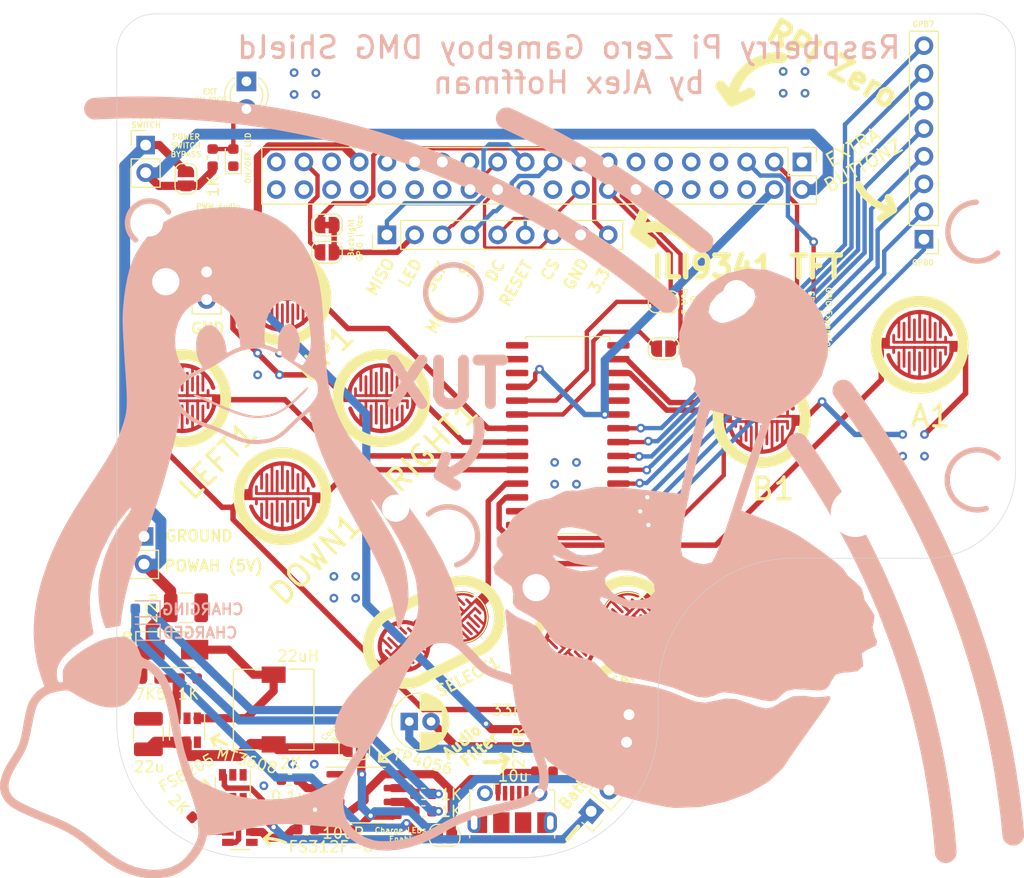
<source format=kicad_pcb>
(kicad_pcb (version 20171130) (host pcbnew 5.1.5)
  (layers (0 F.Cu signal) (31 B.Cu signal) (34 B.Paste user) (35 F.Paste user) (36 B.SilkS user) (37 F.SilkS user) (38 B.Mask user) (39 F.Mask user) (44 Edge.Cuts user))
  (net 0 "")
  (net 1 "Net-(C1-Pad1)")
  (net 2 GND)
  (net 3 /AUDIO_OUT)
  (net 4 /PWM_IN)
  (net 5 +5V)
  (net 6 "Net-(J3-Pad2)")
  (net 7 "Net-(J3-Pad1)")
  (net 8 /A)
  (net 9 /B)
  (net 10 /UP)
  (net 11 /LEFT)
  (net 12 /RIGHT)
  (net 13 /DOWN)
  (net 14 /SELECT)
  (net 15 "Net-(U1-Pad11)")
  (net 16 "Net-(U1-Pad14)")
  (net 17 /START)
  (net 18 +3V3)
  (net 19 "Net-(J5-Pad7)")
  (net 20 "Net-(J5-Pad8)")
  (net 21 "Net-(J5-Pad10)")
  (net 22 "Net-(J5-Pad11)")
  (net 23 "Net-(J5-Pad12)")
  (net 24 "Net-(J5-Pad13)")
  (net 25 "Net-(J5-Pad26)")
  (net 26 "Net-(J5-Pad27)")
  (net 27 "Net-(J5-Pad28)")
  (net 28 "Net-(J5-Pad29)")
  (net 29 "Net-(J5-Pad31)")
  (net 30 "Net-(J5-Pad32)")
  (net 31 "Net-(J5-Pad33)")
  (net 32 "Net-(J5-Pad35)")
  (net 33 "Net-(J5-Pad36)")
  (net 34 "Net-(J5-Pad38)")
  (net 35 "Net-(J5-Pad40)")
  (net 36 /TFT_DC)
  (net 37 /TFT_MOSI)
  (net 38 /TFT_MISO)
  (net 39 /TFT_RESET)
  (net 40 /TFT_SCK)
  (net 41 /TFT_CS)
  (net 42 /GPIO_INTA)
  (net 43 /GPIO_INTB)
  (net 44 /GPIO_SDA)
  (net 45 /GPIO_SCK)
  (net 46 /GPIO_SDA_PI)
  (net 47 /GPIO_SCK_PI)
  (net 48 /GPIO_INTA_PI)
  (net 49 /GPIO_INTB_PI)
  (net 50 /TFT_BACKLIGHT_GPIO)
  (net 51 /TFT_BACKLIGHT)
  (net 52 "Net-(D1-Pad2)")
  (net 53 "Net-(C3-Pad1)")
  (net 54 /TP4056_LIPO_BOOST/BAT-)
  (net 55 "Net-(C4-Pad1)")
  (net 56 "Net-(C5-Pad1)")
  (net 57 "Net-(D3-Pad1)")
  (net 58 "Net-(D3-Pad2)")
  (net 59 "Net-(D4-Pad1)")
  (net 60 "Net-(J7-Pad2)")
  (net 61 "Net-(J7-Pad4)")
  (net 62 "Net-(J7-Pad3)")
  (net 63 /TP4056_LIPO_BOOST/BAT+)
  (net 64 "Net-(D5-Pad2)")
  (net 65 "Net-(R4-Pad2)")
  (net 66 "Net-(R5-Pad1)")
  (net 67 "Net-(R6-Pad1)")
  (net 68 "Net-(R8-Pad1)")
  (net 69 "Net-(U3-Pad4)")
  (net 70 "Net-(U3-Pad3)")
  (net 71 "Net-(U3-Pad1)")
  (net 72 "Net-(U4-Pad2)")
  (net 73 "Net-(U4-Pad5)")
  (net 74 "Net-(U5-Pad6)")
  (net 75 "Net-(R10-Pad1)")
  (net 76 BOOST_5V)
  (net 77 "Net-(J3-Pad3)")
  (net 78 "Net-(J3-Pad4)")
  (net 79 "Net-(J3-Pad5)")
  (net 80 "Net-(J3-Pad6)")
  (net 81 "Net-(J3-Pad7)")
  (net 82 "Net-(J3-Pad8)")
  (module Connector_USB:USB_Micro-B_Molex-105017-0001 (layer F.Cu) (at 159.3 132.05)
    (fp_text reference J7 hide)
    (fp_text value USB_B_Micro hide)
    (pad 6 smd rect (at 1 1.2375) (size 1.5 1.9) (layers F.Cu F.Paste F.Mask) (net 2 GND))
    (pad 6 thru_hole circle (at -2.5 -1.4625) (size 1.45 1.45) (drill 0.85) (layers *.Cu *.Mask) (net 2 GND))
    (pad 2 smd rect (at -0.65 -1.4625) (size 0.4 1.35) (layers F.Cu F.Paste F.Mask) (net 60 "Net-(J7-Pad2)"))
    (pad 1 smd rect (at -1.3 -1.4625) (size 0.4 1.35) (layers F.Cu F.Paste F.Mask) (net 56 "Net-(C5-Pad1)"))
    (pad 5 smd rect (at 1.3 -1.4625) (size 0.4 1.35) (layers F.Cu F.Paste F.Mask) (net 2 GND))
    (pad 4 smd rect (at 0.65 -1.4625) (size 0.4 1.35) (layers F.Cu F.Paste F.Mask) (net 61 "Net-(J7-Pad4)"))
    (pad 3 smd rect (at 0 -1.4625) (size 0.4 1.35) (layers F.Cu F.Paste F.Mask) (net 62 "Net-(J7-Pad3)"))
    (pad 6 thru_hole circle (at 2.5 -1.4625) (size 1.45 1.45) (drill 0.85) (layers *.Cu *.Mask) (net 2 GND))
    (pad 6 smd rect (at -1 1.2375) (size 1.5 1.9) (layers F.Cu F.Paste F.Mask) (net 2 GND))
    (pad 6 thru_hole oval (at -3.5 1.2375 180) (size 1.2 1.9) (drill oval 0.6 1.3) (layers *.Cu *.Mask) (net 2 GND))
    (pad 6 thru_hole oval (at 3.5 1.2375) (size 1.2 1.9) (drill oval 0.6 1.3) (layers *.Cu *.Mask) (net 2 GND))
    (pad 6 smd rect (at 2.9 1.2375) (size 1.2 1.9) (layers F.Cu F.Mask) (net 2 GND))
    (pad 6 smd rect (at -2.9 1.2375) (size 1.2 1.9) (layers F.Cu F.Mask) (net 2 GND))
  )
  (module Diode_SMD:D_SMA (layer F.Cu) (at 128.15 117.4)
    (fp_text reference D5 hide)
    (fp_text value SS310 (at -4.15 -0.05 90) (layer F.SilkS) (effects (font (size 0.7 0.7) (thickness 0.175))))
    (pad 1 smd rect (at -2 0) (size 2.5 1.8) (layers F.Cu F.Paste F.Mask) (net 76 BOOST_5V))
    (pad 2 smd rect (at 2 0) (size 2.5 1.8) (layers F.Cu F.Paste F.Mask) (net 64 "Net-(D5-Pad2)"))
  )
  (module pad:RetroPie_logo (layer B.Cu) (at 176.5 107 165)
    (fp_text reference G*** hide)
    (fp_text value LOGO hide)
  )
  (module MountingHole:MountingHole_2.5mm (layer F.Cu) (at 179.9 84.7)
    (fp_text reference REF** hide)
    (fp_text value MountingHole_2.5mm hide)
    (pad 1 np_thru_hole circle (at 0 0) (size 2.5 2.5) (drill 2.5) (layers *.Cu *.Mask))
  )
  (module MountingHole:MountingHole_2.5mm (layer F.Cu) (at 203.2 92.7)
    (fp_text reference REF** hide)
    (fp_text value MountingHole_2.5mm hide)
    (pad 1 np_thru_hole circle (at 0 0) (size 2.5 2.5) (drill 2.5) (layers *.Cu *.Mask))
  )
  (module pad:GAMEBOY_BUTTON_PAD-DUAL_D4MM (layer F.Cu) (at 164.7 117.1)
    (fp_text reference START1 (at 3.1 4.6 27) (layer F.SilkS) (effects (font (thickness 0.2)) (justify left bottom)))
    (fp_text value SW_Push hide)
    (fp_line (start 0.987369 -1.592737) (end 1.099623 -1.70499) (layer F.Cu) (width 0.0762))
    (fp_line (start 1.324129 -1.70499) (end 1.211876 -1.592737) (layer F.Cu) (width 0.381))
    (fp_line (start 1.436382 -1.592737) (end 1.324129 -1.70499) (layer F.Cu) (width 0.381))
    (fp_arc (start -0.131889 -0.025957) (end 1.436382 -1.592737) (angle 158.962489) (layer F.Cu) (width 0.381))
    (fp_line (start -1.369948 1.662606) (end -1.257695 1.550353) (layer F.Cu) (width 0.0762))
    (fp_line (start -1.594454 1.662606) (end -1.482201 1.550353) (layer F.Cu) (width 0.381))
    (fp_line (start -1.706707 1.550353) (end -1.594454 1.662606) (layer F.Cu) (width 0.381))
    (fp_arc (start -0.138436 -0.016427) (end -1.706707 1.550353) (angle 158.962489) (layer F.Cu) (width 0.381))
    (fp_line (start 1.043496 -1.53661) (end 2.053775 -0.526331) (layer F.Cu) (width 0.254))
    (fp_line (start -0.977062 1.157467) (end -0.528049 1.606479) (layer F.Cu) (width 0.254))
    (fp_line (start 0.594483 2.055492) (end -0.303542 1.157467) (layer F.Cu) (width 0.254))
    (fp_line (start 1.043496 -0.863091) (end 1.492509 -0.414078) (layer F.Cu) (width 0.254))
    (fp_line (start 1.941522 0.708454) (end 1.043496 -0.189572) (layer F.Cu) (width 0.254))
    (fp_line (start 1.380256 1.494226) (end 0.369977 0.483947) (layer F.Cu) (width 0.254))
    (fp_line (start -0.303542 0.483947) (end 0.706736 1.494226) (layer F.Cu) (width 0.254))
    (fp_line (start 0.369977 -0.189572) (end 1.380256 0.820707) (layer F.Cu) (width 0.254))
    (fp_line (start -1.313821 1.494226) (end -2.211847 0.596201) (layer F.Cu) (width 0.254))
    (fp_line (start 0.706736 -1.199851) (end 0.257724 -1.648863) (layer F.Cu) (width 0.254))
    (fp_line (start 0.033217 -1.199851) (end -0.864808 -2.097876) (layer F.Cu) (width 0.254))
    (fp_line (start 0.033217 -0.526331) (end -0.864808 -1.424357) (layer F.Cu) (width 0.254))
    (fp_line (start -0.640302 -0.526331) (end -1.650581 -1.53661) (layer F.Cu) (width 0.254))
    (fp_line (start -0.640302 0.147188) (end -1.538328 -0.750838) (layer F.Cu) (width 0.254))
    (fp_line (start -1.313821 0.147188) (end -2.211847 -0.750838) (layer F.Cu) (width 0.254))
    (fp_line (start -1.313821 0.820707) (end -1.762834 0.371694) (layer F.Cu) (width 0.254))
    (fp_line (start 0.369977 -0.189572) (end 1.043496 -0.863091) (layer F.Cu) (width 0.254))
    (fp_line (start -0.303542 0.483947) (end 0.369977 -0.189572) (layer F.Cu) (width 0.254))
    (fp_line (start -0.977062 1.157467) (end -0.303542 0.483947) (layer F.Cu) (width 0.254))
    (fp_line (start -1.313821 1.494226) (end -0.977062 1.157467) (layer F.Cu) (width 0.254))
    (fp_line (start -0.640302 0.147188) (end -1.313821 0.820707) (layer F.Cu) (width 0.254))
    (fp_line (start 0.033217 -0.526331) (end -0.640302 0.147188) (layer F.Cu) (width 0.254))
    (fp_line (start 0.706736 -1.199851) (end 0.033217 -0.526331) (layer F.Cu) (width 0.254))
    (fp_line (start 1.043496 -1.53661) (end 0.706736 -1.199851) (layer F.Cu) (width 0.254))
    (fp_line (start 5.046458 -2.156053) (end 6.056736 -1.145774) (layer F.Cu) (width 0.254))
    (fp_line (start 7.291522 -1.931546) (end 6.393496 -2.829572) (layer F.Cu) (width 0.254))
    (fp_line (start 6.393496 -4.17661) (end 6.056736 -3.839851) (layer F.Cu) (width 0.254))
    (fp_line (start 4.036179 -1.145774) (end 3.138153 -2.043799) (layer F.Cu) (width 0.254))
    (fp_line (start 5.046458 -2.156053) (end 5.719977 -2.829572) (layer F.Cu) (width 0.254))
    (fp_line (start 5.383217 -3.839851) (end 4.485192 -4.737876) (layer F.Cu) (width 0.254))
    (fp_line (start 6.730256 -1.145774) (end 5.719977 -2.156053) (layer F.Cu) (width 0.254))
    (fp_line (start 4.036179 -1.819293) (end 3.587166 -2.268306) (layer F.Cu) (width 0.254))
    (fp_line (start 3.755546 -0.977394) (end 3.867799 -1.089647) (layer F.Cu) (width 0.381))
    (fp_line (start 3.643293 -1.089647) (end 3.755546 -0.977394) (layer F.Cu) (width 0.381))
    (fp_arc (start 5.211564 -2.656427) (end 3.643293 -1.089647) (angle 158.962489) (layer F.Cu) (width 0.381))
    (fp_line (start 4.709698 -3.166331) (end 3.699419 -4.17661) (layer F.Cu) (width 0.254))
    (fp_line (start 4.709698 -2.492812) (end 3.811672 -3.390838) (layer F.Cu) (width 0.254))
    (fp_line (start 6.393496 -3.503091) (end 6.842509 -3.054078) (layer F.Cu) (width 0.254))
    (fp_line (start 5.944483 -0.584508) (end 5.046458 -1.482533) (layer F.Cu) (width 0.254))
    (fp_line (start 4.372938 -1.482533) (end 4.821951 -1.033521) (layer F.Cu) (width 0.254))
    (fp_line (start 4.036179 -1.145774) (end 4.372938 -1.482533) (layer F.Cu) (width 0.254))
    (fp_line (start 5.383217 -3.166331) (end 4.485192 -4.064357) (layer F.Cu) (width 0.254))
    (fp_line (start 6.786382 -4.232737) (end 6.674129 -4.34499) (layer F.Cu) (width 0.381))
    (fp_arc (start 5.218111 -2.665957) (end 6.786382 -4.232737) (angle 158.962489) (layer F.Cu) (width 0.381))
    (fp_line (start 6.337369 -4.232737) (end 6.449623 -4.34499) (layer F.Cu) (width 0.0762))
    (fp_line (start 6.056736 -3.839851) (end 5.607724 -4.288863) (layer F.Cu) (width 0.254))
    (fp_line (start 5.719977 -2.829572) (end 6.730256 -1.819293) (layer F.Cu) (width 0.254))
    (fp_line (start 6.393496 -4.17661) (end 7.403775 -3.166331) (layer F.Cu) (width 0.254))
    (fp_line (start 6.674129 -4.34499) (end 6.561876 -4.232737) (layer F.Cu) (width 0.381))
    (fp_line (start 3.980052 -0.977394) (end 4.092305 -1.089647) (layer F.Cu) (width 0.0762))
    (fp_line (start 5.383217 -3.166331) (end 4.709698 -2.492812) (layer F.Cu) (width 0.254))
    (fp_line (start 5.719977 -2.829572) (end 6.393496 -3.503091) (layer F.Cu) (width 0.254))
    (fp_line (start 6.056736 -3.839851) (end 5.383217 -3.166331) (layer F.Cu) (width 0.254))
    (fp_line (start 4.372938 -1.482533) (end 5.046458 -2.156053) (layer F.Cu) (width 0.254))
    (fp_line (start 4.036179 -2.492812) (end 3.138153 -3.390838) (layer F.Cu) (width 0.254))
    (fp_line (start 4.709698 -2.492812) (end 4.036179 -1.819293) (layer F.Cu) (width 0.254))
    (fp_line (start 0.75 -2.07) (end 1.29 -2.61) (layer F.Cu) (width 0.3))
    (fp_line (start 1.29 -2.61) (end 3.05 -2.61) (layer F.Cu) (width 0.3))
    (fp_line (start 2.66 -0.48) (end 4.74 -0.48) (layer F.Cu) (width 0.3))
    (fp_line (start 2.13 0.05) (end 2.67 -0.49) (layer F.Cu) (width 0.3))
    (pad 2 smd roundrect (at -2.01 1.65 45) (size 1 1) (layers F.Cu F.Paste F.Mask) (net 2 GND))
    (pad 1 smd roundrect (at 7.16 -4.37 45) (size 1 1) (layers F.Cu F.Paste F.Mask) (net 17 /START))
  )
  (module Package_SO:SOIC-28W_7.5x17.9mm_P1.27mm (layer F.Cu) (at 164.4 97.7 180)
    (fp_text reference U1 hide)
    (fp_text value MCP23017_SO hide)
    (pad 28 smd roundrect (at 4.65 -8.255 180) (size 2.05 0.6) (layers F.Cu F.Paste F.Mask) (net 8 /A))
    (pad 27 smd roundrect (at 4.65 -6.985 180) (size 2.05 0.6) (layers F.Cu F.Paste F.Mask) (net 9 /B))
    (pad 26 smd roundrect (at 4.65 -5.715 180) (size 2.05 0.6) (layers F.Cu F.Paste F.Mask) (net 17 /START))
    (pad 25 smd roundrect (at 4.65 -4.445 180) (size 2.05 0.6) (layers F.Cu F.Paste F.Mask) (net 14 /SELECT))
    (pad 24 smd roundrect (at 4.65 -3.175 180) (size 2.05 0.6) (layers F.Cu F.Paste F.Mask) (net 13 /DOWN))
    (pad 23 smd roundrect (at 4.65 -1.905 180) (size 2.05 0.6) (layers F.Cu F.Paste F.Mask) (net 11 /LEFT))
    (pad 22 smd roundrect (at 4.65 -0.635 180) (size 2.05 0.6) (layers F.Cu F.Paste F.Mask) (net 12 /RIGHT))
    (pad 21 smd roundrect (at 4.65 0.635 180) (size 2.05 0.6) (layers F.Cu F.Paste F.Mask) (net 10 /UP))
    (pad 20 smd roundrect (at 4.65 1.905 180) (size 2.05 0.6) (layers F.Cu F.Paste F.Mask) (net 42 /GPIO_INTA))
    (pad 19 smd roundrect (at 4.65 3.175 180) (size 2.05 0.6) (layers F.Cu F.Paste F.Mask) (net 43 /GPIO_INTB))
    (pad 18 smd roundrect (at 4.65 4.445 180) (size 2.05 0.6) (layers F.Cu F.Paste F.Mask) (net 5 +5V))
    (pad 17 smd roundrect (at 4.65 5.715 180) (size 2.05 0.6) (layers F.Cu F.Paste F.Mask) (net 2 GND))
    (pad 16 smd roundrect (at 4.65 6.985 180) (size 2.05 0.6) (layers F.Cu F.Paste F.Mask) (net 2 GND))
    (pad 15 smd roundrect (at 4.65 8.255 180) (size 2.05 0.6) (layers F.Cu F.Paste F.Mask) (net 2 GND))
    (pad 14 smd roundrect (at -4.65 8.255 180) (size 2.05 0.6) (layers F.Cu F.Paste F.Mask) (net 16 "Net-(U1-Pad14)"))
    (pad 13 smd roundrect (at -4.65 6.985 180) (size 2.05 0.6) (layers F.Cu F.Paste F.Mask) (net 44 /GPIO_SDA))
    (pad 12 smd roundrect (at -4.65 5.715 180) (size 2.05 0.6) (layers F.Cu F.Paste F.Mask) (net 45 /GPIO_SCK))
    (pad 11 smd roundrect (at -4.65 4.445 180) (size 2.05 0.6) (layers F.Cu F.Paste F.Mask) (net 15 "Net-(U1-Pad11)"))
    (pad 10 smd roundrect (at -4.65 3.175 180) (size 2.05 0.6) (layers F.Cu F.Paste F.Mask) (net 2 GND))
    (pad 9 smd roundrect (at -4.65 1.905 180) (size 2.05 0.6) (layers F.Cu F.Paste F.Mask) (net 5 +5V))
    (pad 8 smd roundrect (at -4.65 0.635 180) (size 2.05 0.6) (layers F.Cu F.Paste F.Mask) (net 82 "Net-(J3-Pad8)"))
    (pad 7 smd roundrect (at -4.65 -0.635 180) (size 2.05 0.6) (layers F.Cu F.Paste F.Mask) (net 81 "Net-(J3-Pad7)"))
    (pad 6 smd roundrect (at -4.65 -1.905 180) (size 2.05 0.6) (layers F.Cu F.Paste F.Mask) (net 80 "Net-(J3-Pad6)"))
    (pad 5 smd roundrect (at -4.65 -3.175 180) (size 2.05 0.6) (layers F.Cu F.Paste F.Mask) (net 79 "Net-(J3-Pad5)"))
    (pad 4 smd roundrect (at -4.65 -4.445 180) (size 2.05 0.6) (layers F.Cu F.Paste F.Mask) (net 78 "Net-(J3-Pad4)"))
    (pad 3 smd roundrect (at -4.65 -5.715 180) (size 2.05 0.6) (layers F.Cu F.Paste F.Mask) (net 77 "Net-(J3-Pad3)"))
    (pad 2 smd roundrect (at -4.65 -6.985 180) (size 2.05 0.6) (layers F.Cu F.Paste F.Mask) (net 6 "Net-(J3-Pad2)"))
    (pad 1 smd roundrect (at -4.65 -8.255 180) (size 2.05 0.6) (layers F.Cu F.Paste F.Mask) (net 7 "Net-(J3-Pad1)"))
  )
  (module pad:GAMEBOY_BUTTON_PAD-D6MM (layer F.Cu) (at 182.2 96.2)
    (fp_text reference B1 (at -1.1 7.6) (layer F.SilkS) (effects (font (size 2 2) (thickness 0.3)) (justify left bottom)))
    (fp_text value SW_Push hide)
    (fp_line (start 3.101975 -0.2667) (end 3.1623 -0.04445) (layer F.Cu) (width 0.0762))
    (fp_line (start -3.114675 0.2667) (end -3.178175 0.034925) (layer F.Cu) (width 0.0508))
    (fp_arc (start 0.00209 -0.000339) (end 3.01625 0) (angle 161.565051) (layer F.Cu) (width 0.381))
    (fp_arc (start -0.00209 0.000339) (end -3.01625 0) (angle 161.565051) (layer F.Cu) (width 0.381))
    (fp_line (start -2.38125 0.238125) (end -2.38125 0.714375) (layer F.Cu) (width 0.254))
    (fp_line (start -1.905 0.714375) (end -1.905 2.301875) (layer F.Cu) (width 0.254))
    (fp_line (start -1.42875 0.238125) (end -1.42875 1.984375) (layer F.Cu) (width 0.254))
    (fp_line (start -0.9525 0.714375) (end -0.9525 2.778125) (layer F.Cu) (width 0.254))
    (fp_line (start 2.8575 -0.238125) (end 2.8575 0.873125) (layer F.Cu) (width 0.254))
    (fp_line (start 2.38125 0.238125) (end 2.38125 0.873125) (layer F.Cu) (width 0.254))
    (fp_line (start 1.905 0.714375) (end 1.905 2.301875) (layer F.Cu) (width 0.254))
    (fp_line (start 1.42875 0.238125) (end 1.42875 1.984375) (layer F.Cu) (width 0.254))
    (fp_line (start 0.9525 0.396875) (end 0.9525 2.778125) (layer F.Cu) (width 0.254))
    (fp_line (start 0 2.936875) (end 0 0.714375) (layer F.Cu) (width 0.254))
    (fp_line (start 0.47625 0.238125) (end 0.47625 2.301875) (layer F.Cu) (width 0.254))
    (fp_line (start -0.47625 0.238125) (end -0.47625 2.301875) (layer F.Cu) (width 0.254))
    (fp_line (start -2.8575 0.238125) (end -2.8575 -0.873125) (layer F.Cu) (width 0.254))
    (fp_line (start -2.38125 -0.238125) (end -2.38125 -0.873125) (layer F.Cu) (width 0.254))
    (fp_line (start -1.42875 -0.238125) (end -2.38125 -0.238125) (layer F.Cu) (width 0.254))
    (fp_line (start 2.8575 -0.238125) (end 3.01625 -0.238125) (layer F.Cu) (width 0.254))
    (fp_line (start 2.38125 -0.238125) (end 2.8575 -0.238125) (layer F.Cu) (width 0.254))
    (fp_line (start -1.905 -0.714375) (end -1.905 -2.460625) (layer F.Cu) (width 0.254))
    (fp_line (start -1.42875 -0.238125) (end -1.42875 -1.984375) (layer F.Cu) (width 0.254))
    (fp_line (start -0.9525 -0.714375) (end -0.9525 -2.936875) (layer F.Cu) (width 0.254))
    (fp_line (start -0.47625 -0.238125) (end -0.47625 -2.301875) (layer F.Cu) (width 0.254))
    (fp_line (start 2.38125 -0.238125) (end 2.38125 -0.714375) (layer F.Cu) (width 0.254))
    (fp_line (start 1.905 -0.714375) (end 1.905 -2.460625) (layer F.Cu) (width 0.254))
    (fp_line (start 1.42875 -0.238125) (end 1.42875 -1.984375) (layer F.Cu) (width 0.254))
    (fp_line (start 0.9525 -0.714375) (end 0.9525 -2.936875) (layer F.Cu) (width 0.254))
    (fp_line (start 0.47625 -0.238125) (end 0.47625 -2.301875) (layer F.Cu) (width 0.254))
    (fp_line (start 0 -0.714375) (end 0 -3.095625) (layer F.Cu) (width 0.254))
    (fp_line (start -0.47625 -0.238125) (end -1.42875 -0.238125) (layer F.Cu) (width 0.254))
    (fp_line (start 0.47625 -0.238125) (end -0.47625 -0.238125) (layer F.Cu) (width 0.254))
    (fp_line (start 1.42875 -0.238125) (end 0.47625 -0.238125) (layer F.Cu) (width 0.254))
    (fp_line (start 2.38125 -0.238125) (end 1.42875 -0.238125) (layer F.Cu) (width 0.254))
    (fp_line (start -2.8575 0.238125) (end -3.01625 0.238125) (layer F.Cu) (width 0.254))
    (fp_line (start -2.38125 0.238125) (end -2.8575 0.238125) (layer F.Cu) (width 0.254))
    (fp_line (start -1.42875 0.238125) (end -2.38125 0.238125) (layer F.Cu) (width 0.254))
    (fp_line (start -0.47625 0.238125) (end -1.42875 0.238125) (layer F.Cu) (width 0.254))
    (fp_line (start 0.47625 0.238125) (end -0.47625 0.238125) (layer F.Cu) (width 0.254))
    (fp_line (start 1.42875 0.238125) (end 0.47625 0.238125) (layer F.Cu) (width 0.254))
    (fp_line (start 2.38125 0.238125) (end 1.42875 0.238125) (layer F.Cu) (width 0.254))
    (pad 2 smd roundrect (at 3.37 0.14) (size 1 1) (layers F.Cu F.Paste F.Mask) (net 2 GND))
    (pad 1 smd roundrect (at -3.34 -0.15) (size 1 1) (layers F.Cu F.Paste F.Mask) (net 9 /B))
  )
  (module pad:Tux (layer B.Cu) (at 135.5 107.05 185)
    (fp_text reference G*** hide)
    (fp_text value LOGO hide)
  )
  (module MountingHole:MountingHole_4.5mm (layer F.Cu) (at 127.5 62.5)
    (fp_text reference REF** hide)
    (fp_text value MountingHole_4.5mm hide)
    (pad 1 np_thru_hole circle (at 0 0) (size 4.5 4.5) (drill 4.5) (layers *.Cu *.Mask))
  )
  (module MountingHole:MountingHole_4.5mm (layer F.Cu) (at 201.5 62.5)
    (fp_text reference REF** hide)
    (fp_text value MountingHole_4.5mm hide)
    (pad 1 np_thru_hole circle (at 0 0) (size 4.5 4.5) (drill 4.5) (layers *.Cu *.Mask))
  )
  (module MountingHole:MountingHole_4.5mm (layer F.Cu) (at 136.9 115)
    (fp_text reference REF** hide)
    (fp_text value MountingHole_4.5mm hide)
    (pad 1 np_thru_hole circle (at 0 0) (size 4.5 4.5) (drill 4.5) (layers *.Cu *.Mask))
  )
  (module MountingHole:MountingHole_2.5mm (layer F.Cu) (at 161.5 111.7)
    (fp_text reference REF** hide)
    (fp_text value MountingHole_2.5mm hide)
    (pad 1 np_thru_hole circle (at 0 0) (size 2.5 2.5) (drill 2.5) (layers *.Cu *.Mask))
  )
  (module MountingHole:MountingHole_2.5mm (layer F.Cu) (at 148.6 104.4)
    (fp_text reference REF** hide)
    (fp_text value MountingHole_2.5mm hide)
    (pad 1 np_thru_hole circle (at 0 0) (size 2.5 2.5) (drill 2.5) (layers *.Cu *.Mask))
  )
  (module MountingHole:MountingHole_2.5mm (layer F.Cu) (at 153.4 107)
    (fp_text reference REF** hide)
    (fp_text value MountingHole_2.5mm hide)
    (pad 1 np_thru_hole circle (at 0 0) (size 2.5 2.5) (drill 2.5) (layers *.Cu *.Mask))
  )
  (module MountingHole:MountingHole_4.5mm (layer F.Cu) (at 190.8 104.8)
    (fp_text reference REF** hide)
    (fp_text value MountingHole_4.5mm hide)
    (pad 1 np_thru_hole circle (at 0 0) (size 4.5 4.5) (drill 4.5) (layers *.Cu *.Mask))
  )
  (module MountingHole:MountingHole_2.5mm (layer F.Cu) (at 174.9 92.7)
    (fp_text reference REF** hide)
    (fp_text value MountingHole_2.5mm hide)
    (pad 1 np_thru_hole circle (at 0 0) (size 2.5 2.5) (drill 2.5) (layers *.Cu *.Mask))
  )
  (module MountingHole:MountingHole_2.5mm (layer F.Cu) (at 153.9 84.6)
    (fp_text reference REF** hide)
    (fp_text value MountingHole_2.5mm hide)
    (pad 1 np_thru_hole circle (at 0 0) (size 2.5 2.5) (drill 2.5) (layers *.Cu *.Mask))
  )
  (module MountingHole:MountingHole_2.5mm (layer F.Cu) (at 127.5 83.6)
    (fp_text reference REF** hide)
    (fp_text value MountingHole_2.5mm hide)
    (pad 1 np_thru_hole circle (at 0 0) (size 2.5 2.5) (drill 2.5) (layers *.Cu *.Mask))
  )
  (module MountingHole:MountingHole_2.5mm (layer F.Cu) (at 126 78.2)
    (fp_text reference REF** hide)
    (fp_text value MountingHole_2.5mm hide)
    (pad 1 np_thru_hole circle (at 0 0) (size 2.5 2.5) (drill 2.5) (layers *.Cu *.Mask))
  )
  (module MountingHole:MountingHole_2.5mm (layer F.Cu) (at 202 101.8)
    (fp_text reference REF** hide)
    (fp_text value MountingHole_2.5mm hide)
    (pad 1 np_thru_hole circle (at 0 0) (size 2.5 2.5) (drill 2.5) (layers *.Cu *.Mask))
  )
  (module MountingHole:MountingHole_2.5mm (layer F.Cu) (at 202 79)
    (fp_text reference REF** hide)
    (fp_text value MountingHole_2.5mm hide)
    (pad 1 np_thru_hole circle (at 0 0) (size 2.5 2.5) (drill 2.5) (layers *.Cu *.Mask))
  )
  (module Capacitor_SMD:C_0603_1608Metric (layer F.Cu) (at 162.6 122.9 180)
    (fp_text reference C1 hide)
    (fp_text value 33nF (at 3.34 -0.07) (layer F.SilkS))
    (pad 2 smd roundrect (at 0.7875 0 180) (size 0.875 0.95) (layers F.Cu F.Paste F.Mask) (net 2 GND))
    (pad 1 smd roundrect (at -0.7875 0 180) (size 0.875 0.95) (layers F.Cu F.Paste F.Mask) (net 1 "Net-(C1-Pad1)"))
  )
  (module Capacitor_THT:CP_Radial_D5.0mm_P2.00mm (layer F.Cu) (at 149.85 124)
    (fp_text reference C2 hide)
    (fp_text value 10uF (at -2.7 -1.55 225) (layer F.SilkS))
    (pad 2 thru_hole circle (at 2 0) (size 1.6 1.6) (drill 0.8) (layers *.Cu *.Mask) (net 1 "Net-(C1-Pad1)"))
    (pad 1 thru_hole rect (at 0 0) (size 1.6 1.6) (drill 0.8) (layers *.Cu *.Mask) (net 3 /AUDIO_OUT))
  )
  (module Connector_PinHeader_2.54mm:PinHeader_1x02_P2.54mm_Vertical (layer F.Cu) (at 169.8 125.9 175)
    (fp_text reference J1 hide)
    (fp_text value Conn_01x02 hide)
    (pad 2 thru_hole oval (at 0 2.54 175) (size 1.7 1.7) (drill 1) (layers *.Cu *.Mask) (net 2 GND))
    (pad 1 thru_hole rect (at 0 0 175) (size 1.7 1.7) (drill 1) (layers *.Cu *.Mask) (net 3 /AUDIO_OUT))
  )
  (module Resistor_SMD:R_0603_1608Metric (layer F.Cu) (at 161.5 125.4875 90)
    (fp_text reference R1 hide)
    (fp_text value 270R (at -0.9125 -1.6 90) (layer F.SilkS))
    (pad 2 smd roundrect (at 0.7875 0 90) (size 0.875 0.95) (layers F.Cu F.Paste F.Mask) (net 4 /PWM_IN))
    (pad 1 smd roundrect (at -0.7875 0 90) (size 0.875 0.95) (layers F.Cu F.Paste F.Mask) (net 1 "Net-(C1-Pad1)"))
  )
  (module Resistor_SMD:R_0603_1608Metric (layer F.Cu) (at 163.8 125.5 90)
    (fp_text reference R2 hide)
    (fp_text value 150R (at -0.3 1.5 90) (layer F.SilkS))
    (pad 2 smd roundrect (at 0.7875 0 90) (size 0.875 0.95) (layers F.Cu F.Paste F.Mask) (net 1 "Net-(C1-Pad1)"))
    (pad 1 smd roundrect (at -0.7875 0 90) (size 0.875 0.95) (layers F.Cu F.Paste F.Mask) (net 2 GND))
  )
  (module pad:GAMEBOY_BUTTON_PAD-D6MM (layer F.Cu) (at 129 94.3 180)
    (fp_text reference LEFT1 (at -7.3 -3.4 45) (layer F.SilkS) (effects (font (size 2 2) (thickness 0.3)) (justify right bottom)))
    (fp_text value SW_Push hide)
    (fp_line (start 3.101975 -0.2667) (end 3.1623 -0.04445) (layer F.Cu) (width 0.0762))
    (fp_line (start -3.114675 0.2667) (end -3.178175 0.034925) (layer F.Cu) (width 0.0508))
    (fp_arc (start 0.00209 -0.000339) (end 3.01625 0) (angle 161.565051) (layer F.Cu) (width 0.381))
    (fp_arc (start -0.00209 0.000339) (end -3.01625 0) (angle 161.565051) (layer F.Cu) (width 0.381))
    (fp_line (start -2.38125 0.238125) (end -2.38125 0.714375) (layer F.Cu) (width 0.254))
    (fp_line (start -1.905 0.714375) (end -1.905 2.301875) (layer F.Cu) (width 0.254))
    (fp_line (start -1.42875 0.238125) (end -1.42875 1.984375) (layer F.Cu) (width 0.254))
    (fp_line (start -0.9525 0.714375) (end -0.9525 2.778125) (layer F.Cu) (width 0.254))
    (fp_line (start 2.8575 -0.238125) (end 2.8575 0.873125) (layer F.Cu) (width 0.254))
    (fp_line (start 2.38125 0.238125) (end 2.38125 0.873125) (layer F.Cu) (width 0.254))
    (fp_line (start 1.905 0.714375) (end 1.905 2.301875) (layer F.Cu) (width 0.254))
    (fp_line (start 1.42875 0.238125) (end 1.42875 1.984375) (layer F.Cu) (width 0.254))
    (fp_line (start 0.9525 0.396875) (end 0.9525 2.778125) (layer F.Cu) (width 0.254))
    (fp_line (start 0 2.936875) (end 0 0.714375) (layer F.Cu) (width 0.254))
    (fp_line (start 0.47625 0.238125) (end 0.47625 2.301875) (layer F.Cu) (width 0.254))
    (fp_line (start -0.47625 0.238125) (end -0.47625 2.301875) (layer F.Cu) (width 0.254))
    (fp_line (start -2.8575 0.238125) (end -2.8575 -0.873125) (layer F.Cu) (width 0.254))
    (fp_line (start -2.38125 -0.238125) (end -2.38125 -0.873125) (layer F.Cu) (width 0.254))
    (fp_line (start -1.42875 -0.238125) (end -2.38125 -0.238125) (layer F.Cu) (width 0.254))
    (fp_line (start 2.8575 -0.238125) (end 3.01625 -0.238125) (layer F.Cu) (width 0.254))
    (fp_line (start 2.38125 -0.238125) (end 2.8575 -0.238125) (layer F.Cu) (width 0.254))
    (fp_line (start -1.905 -0.714375) (end -1.905 -2.460625) (layer F.Cu) (width 0.254))
    (fp_line (start -1.42875 -0.238125) (end -1.42875 -1.984375) (layer F.Cu) (width 0.254))
    (fp_line (start -0.9525 -0.714375) (end -0.9525 -2.936875) (layer F.Cu) (width 0.254))
    (fp_line (start -0.47625 -0.238125) (end -0.47625 -2.301875) (layer F.Cu) (width 0.254))
    (fp_line (start 2.38125 -0.238125) (end 2.38125 -0.714375) (layer F.Cu) (width 0.254))
    (fp_line (start 1.905 -0.714375) (end 1.905 -2.460625) (layer F.Cu) (width 0.254))
    (fp_line (start 1.42875 -0.238125) (end 1.42875 -1.984375) (layer F.Cu) (width 0.254))
    (fp_line (start 0.9525 -0.714375) (end 0.9525 -2.936875) (layer F.Cu) (width 0.254))
    (fp_line (start 0.47625 -0.238125) (end 0.47625 -2.301875) (layer F.Cu) (width 0.254))
    (fp_line (start 0 -0.714375) (end 0 -3.095625) (layer F.Cu) (width 0.254))
    (fp_line (start -0.47625 -0.238125) (end -1.42875 -0.238125) (layer F.Cu) (width 0.254))
    (fp_line (start 0.47625 -0.238125) (end -0.47625 -0.238125) (layer F.Cu) (width 0.254))
    (fp_line (start 1.42875 -0.238125) (end 0.47625 -0.238125) (layer F.Cu) (width 0.254))
    (fp_line (start 2.38125 -0.238125) (end 1.42875 -0.238125) (layer F.Cu) (width 0.254))
    (fp_line (start -2.8575 0.238125) (end -3.01625 0.238125) (layer F.Cu) (width 0.254))
    (fp_line (start -2.38125 0.238125) (end -2.8575 0.238125) (layer F.Cu) (width 0.254))
    (fp_line (start -1.42875 0.238125) (end -2.38125 0.238125) (layer F.Cu) (width 0.254))
    (fp_line (start -0.47625 0.238125) (end -1.42875 0.238125) (layer F.Cu) (width 0.254))
    (fp_line (start 0.47625 0.238125) (end -0.47625 0.238125) (layer F.Cu) (width 0.254))
    (fp_line (start 1.42875 0.238125) (end 0.47625 0.238125) (layer F.Cu) (width 0.254))
    (fp_line (start 2.38125 0.238125) (end 1.42875 0.238125) (layer F.Cu) (width 0.254))
    (pad 2 smd roundrect (at 3.37 0.14 180) (size 1 1) (layers F.Cu F.Paste F.Mask) (net 2 GND))
    (pad 1 smd roundrect (at -3.34 -0.15 180) (size 1 1) (layers F.Cu F.Paste F.Mask) (net 11 /LEFT))
  )
  (module pad:GAMEBOY_BUTTON_PAD-D6MM (layer F.Cu) (at 138.2 85 180)
    (fp_text reference UP1 (at -7 -3.8 45) (layer F.SilkS) (effects (font (size 2 2) (thickness 0.3)) (justify right bottom)))
    (fp_text value SW_Push hide)
    (fp_line (start 3.101975 -0.2667) (end 3.1623 -0.04445) (layer F.Cu) (width 0.0762))
    (fp_line (start -3.114675 0.2667) (end -3.178175 0.034925) (layer F.Cu) (width 0.0508))
    (fp_arc (start 0.00209 -0.000339) (end 3.01625 0) (angle 161.565051) (layer F.Cu) (width 0.381))
    (fp_arc (start -0.00209 0.000339) (end -3.01625 0) (angle 161.565051) (layer F.Cu) (width 0.381))
    (fp_line (start -2.38125 0.238125) (end -2.38125 0.714375) (layer F.Cu) (width 0.254))
    (fp_line (start -1.905 0.714375) (end -1.905 2.301875) (layer F.Cu) (width 0.254))
    (fp_line (start -1.42875 0.238125) (end -1.42875 1.984375) (layer F.Cu) (width 0.254))
    (fp_line (start -0.9525 0.714375) (end -0.9525 2.778125) (layer F.Cu) (width 0.254))
    (fp_line (start 2.8575 -0.238125) (end 2.8575 0.873125) (layer F.Cu) (width 0.254))
    (fp_line (start 2.38125 0.238125) (end 2.38125 0.873125) (layer F.Cu) (width 0.254))
    (fp_line (start 1.905 0.714375) (end 1.905 2.301875) (layer F.Cu) (width 0.254))
    (fp_line (start 1.42875 0.238125) (end 1.42875 1.984375) (layer F.Cu) (width 0.254))
    (fp_line (start 0.9525 0.396875) (end 0.9525 2.778125) (layer F.Cu) (width 0.254))
    (fp_line (start 0 2.936875) (end 0 0.714375) (layer F.Cu) (width 0.254))
    (fp_line (start 0.47625 0.238125) (end 0.47625 2.301875) (layer F.Cu) (width 0.254))
    (fp_line (start -0.47625 0.238125) (end -0.47625 2.301875) (layer F.Cu) (width 0.254))
    (fp_line (start -2.8575 0.238125) (end -2.8575 -0.873125) (layer F.Cu) (width 0.254))
    (fp_line (start -2.38125 -0.238125) (end -2.38125 -0.873125) (layer F.Cu) (width 0.254))
    (fp_line (start -1.42875 -0.238125) (end -2.38125 -0.238125) (layer F.Cu) (width 0.254))
    (fp_line (start 2.8575 -0.238125) (end 3.01625 -0.238125) (layer F.Cu) (width 0.254))
    (fp_line (start 2.38125 -0.238125) (end 2.8575 -0.238125) (layer F.Cu) (width 0.254))
    (fp_line (start -1.905 -0.714375) (end -1.905 -2.460625) (layer F.Cu) (width 0.254))
    (fp_line (start -1.42875 -0.238125) (end -1.42875 -1.984375) (layer F.Cu) (width 0.254))
    (fp_line (start -0.9525 -0.714375) (end -0.9525 -2.936875) (layer F.Cu) (width 0.254))
    (fp_line (start -0.47625 -0.238125) (end -0.47625 -2.301875) (layer F.Cu) (width 0.254))
    (fp_line (start 2.38125 -0.238125) (end 2.38125 -0.714375) (layer F.Cu) (width 0.254))
    (fp_line (start 1.905 -0.714375) (end 1.905 -2.460625) (layer F.Cu) (width 0.254))
    (fp_line (start 1.42875 -0.238125) (end 1.42875 -1.984375) (layer F.Cu) (width 0.254))
    (fp_line (start 0.9525 -0.714375) (end 0.9525 -2.936875) (layer F.Cu) (width 0.254))
    (fp_line (start 0.47625 -0.238125) (end 0.47625 -2.301875) (layer F.Cu) (width 0.254))
    (fp_line (start 0 -0.714375) (end 0 -3.095625) (layer F.Cu) (width 0.254))
    (fp_line (start -0.47625 -0.238125) (end -1.42875 -0.238125) (layer F.Cu) (width 0.254))
    (fp_line (start 0.47625 -0.238125) (end -0.47625 -0.238125) (layer F.Cu) (width 0.254))
    (fp_line (start 1.42875 -0.238125) (end 0.47625 -0.238125) (layer F.Cu) (width 0.254))
    (fp_line (start 2.38125 -0.238125) (end 1.42875 -0.238125) (layer F.Cu) (width 0.254))
    (fp_line (start -2.8575 0.238125) (end -3.01625 0.238125) (layer F.Cu) (width 0.254))
    (fp_line (start -2.38125 0.238125) (end -2.8575 0.238125) (layer F.Cu) (width 0.254))
    (fp_line (start -1.42875 0.238125) (end -2.38125 0.238125) (layer F.Cu) (width 0.254))
    (fp_line (start -0.47625 0.238125) (end -1.42875 0.238125) (layer F.Cu) (width 0.254))
    (fp_line (start 0.47625 0.238125) (end -0.47625 0.238125) (layer F.Cu) (width 0.254))
    (fp_line (start 1.42875 0.238125) (end 0.47625 0.238125) (layer F.Cu) (width 0.254))
    (fp_line (start 2.38125 0.238125) (end 1.42875 0.238125) (layer F.Cu) (width 0.254))
    (pad 2 smd roundrect (at 3.37 0.14 180) (size 1 1) (layers F.Cu F.Paste F.Mask) (net 2 GND))
    (pad 1 smd roundrect (at -3.34 -0.15 180) (size 1 1) (layers F.Cu F.Paste F.Mask) (net 10 /UP))
  )
  (module pad:GAMEBOY_BUTTON_PAD-D6MM (layer F.Cu) (at 138.2 103.3 180)
    (fp_text reference DOWN1 (at -7.7 -2.8 45) (layer F.SilkS) (effects (font (size 2 2) (thickness 0.3)) (justify right bottom)))
    (fp_text value SW_Push hide)
    (fp_line (start 3.101975 -0.2667) (end 3.1623 -0.04445) (layer F.Cu) (width 0.0762))
    (fp_line (start -3.114675 0.2667) (end -3.178175 0.034925) (layer F.Cu) (width 0.0508))
    (fp_arc (start 0.00209 -0.000339) (end 3.01625 0) (angle 161.565051) (layer F.Cu) (width 0.381))
    (fp_arc (start -0.00209 0.000339) (end -3.01625 0) (angle 161.565051) (layer F.Cu) (width 0.381))
    (fp_line (start -2.38125 0.238125) (end -2.38125 0.714375) (layer F.Cu) (width 0.254))
    (fp_line (start -1.905 0.714375) (end -1.905 2.301875) (layer F.Cu) (width 0.254))
    (fp_line (start -1.42875 0.238125) (end -1.42875 1.984375) (layer F.Cu) (width 0.254))
    (fp_line (start -0.9525 0.714375) (end -0.9525 2.778125) (layer F.Cu) (width 0.254))
    (fp_line (start 2.8575 -0.238125) (end 2.8575 0.873125) (layer F.Cu) (width 0.254))
    (fp_line (start 2.38125 0.238125) (end 2.38125 0.873125) (layer F.Cu) (width 0.254))
    (fp_line (start 1.905 0.714375) (end 1.905 2.301875) (layer F.Cu) (width 0.254))
    (fp_line (start 1.42875 0.238125) (end 1.42875 1.984375) (layer F.Cu) (width 0.254))
    (fp_line (start 0.9525 0.396875) (end 0.9525 2.778125) (layer F.Cu) (width 0.254))
    (fp_line (start 0 2.936875) (end 0 0.714375) (layer F.Cu) (width 0.254))
    (fp_line (start 0.47625 0.238125) (end 0.47625 2.301875) (layer F.Cu) (width 0.254))
    (fp_line (start -0.47625 0.238125) (end -0.47625 2.301875) (layer F.Cu) (width 0.254))
    (fp_line (start -2.8575 0.238125) (end -2.8575 -0.873125) (layer F.Cu) (width 0.254))
    (fp_line (start -2.38125 -0.238125) (end -2.38125 -0.873125) (layer F.Cu) (width 0.254))
    (fp_line (start -1.42875 -0.238125) (end -2.38125 -0.238125) (layer F.Cu) (width 0.254))
    (fp_line (start 2.8575 -0.238125) (end 3.01625 -0.238125) (layer F.Cu) (width 0.254))
    (fp_line (start 2.38125 -0.238125) (end 2.8575 -0.238125) (layer F.Cu) (width 0.254))
    (fp_line (start -1.905 -0.714375) (end -1.905 -2.460625) (layer F.Cu) (width 0.254))
    (fp_line (start -1.42875 -0.238125) (end -1.42875 -1.984375) (layer F.Cu) (width 0.254))
    (fp_line (start -0.9525 -0.714375) (end -0.9525 -2.936875) (layer F.Cu) (width 0.254))
    (fp_line (start -0.47625 -0.238125) (end -0.47625 -2.301875) (layer F.Cu) (width 0.254))
    (fp_line (start 2.38125 -0.238125) (end 2.38125 -0.714375) (layer F.Cu) (width 0.254))
    (fp_line (start 1.905 -0.714375) (end 1.905 -2.460625) (layer F.Cu) (width 0.254))
    (fp_line (start 1.42875 -0.238125) (end 1.42875 -1.984375) (layer F.Cu) (width 0.254))
    (fp_line (start 0.9525 -0.714375) (end 0.9525 -2.936875) (layer F.Cu) (width 0.254))
    (fp_line (start 0.47625 -0.238125) (end 0.47625 -2.301875) (layer F.Cu) (width 0.254))
    (fp_line (start 0 -0.714375) (end 0 -3.095625) (layer F.Cu) (width 0.254))
    (fp_line (start -0.47625 -0.238125) (end -1.42875 -0.238125) (layer F.Cu) (width 0.254))
    (fp_line (start 0.47625 -0.238125) (end -0.47625 -0.238125) (layer F.Cu) (width 0.254))
    (fp_line (start 1.42875 -0.238125) (end 0.47625 -0.238125) (layer F.Cu) (width 0.254))
    (fp_line (start 2.38125 -0.238125) (end 1.42875 -0.238125) (layer F.Cu) (width 0.254))
    (fp_line (start -2.8575 0.238125) (end -3.01625 0.238125) (layer F.Cu) (width 0.254))
    (fp_line (start -2.38125 0.238125) (end -2.8575 0.238125) (layer F.Cu) (width 0.254))
    (fp_line (start -1.42875 0.238125) (end -2.38125 0.238125) (layer F.Cu) (width 0.254))
    (fp_line (start -0.47625 0.238125) (end -1.42875 0.238125) (layer F.Cu) (width 0.254))
    (fp_line (start 0.47625 0.238125) (end -0.47625 0.238125) (layer F.Cu) (width 0.254))
    (fp_line (start 1.42875 0.238125) (end 0.47625 0.238125) (layer F.Cu) (width 0.254))
    (fp_line (start 2.38125 0.238125) (end 1.42875 0.238125) (layer F.Cu) (width 0.254))
    (pad 2 smd roundrect (at 3.37 0.14 180) (size 1 1) (layers F.Cu F.Paste F.Mask) (net 2 GND))
    (pad 1 smd roundrect (at -3.34 -0.15 180) (size 1 1) (layers F.Cu F.Paste F.Mask) (net 13 /DOWN))
  )
  (module pad:GAMEBOY_BUTTON_PAD-D6MM (layer F.Cu) (at 147.3 94.3 180)
    (fp_text reference RIGHT1 (at -9.3 -1.4 45) (layer F.SilkS) (effects (font (size 2 2) (thickness 0.3)) (justify right bottom)))
    (fp_text value SW_Push hide)
    (fp_line (start 3.101975 -0.2667) (end 3.1623 -0.04445) (layer F.Cu) (width 0.0762))
    (fp_line (start -3.114675 0.2667) (end -3.178175 0.034925) (layer F.Cu) (width 0.0508))
    (fp_arc (start 0.00209 -0.000339) (end 3.01625 0) (angle 161.565051) (layer F.Cu) (width 0.381))
    (fp_arc (start -0.00209 0.000339) (end -3.01625 0) (angle 161.565051) (layer F.Cu) (width 0.381))
    (fp_line (start -2.38125 0.238125) (end -2.38125 0.714375) (layer F.Cu) (width 0.254))
    (fp_line (start -1.905 0.714375) (end -1.905 2.301875) (layer F.Cu) (width 0.254))
    (fp_line (start -1.42875 0.238125) (end -1.42875 1.984375) (layer F.Cu) (width 0.254))
    (fp_line (start -0.9525 0.714375) (end -0.9525 2.778125) (layer F.Cu) (width 0.254))
    (fp_line (start 2.8575 -0.238125) (end 2.8575 0.873125) (layer F.Cu) (width 0.254))
    (fp_line (start 2.38125 0.238125) (end 2.38125 0.873125) (layer F.Cu) (width 0.254))
    (fp_line (start 1.905 0.714375) (end 1.905 2.301875) (layer F.Cu) (width 0.254))
    (fp_line (start 1.42875 0.238125) (end 1.42875 1.984375) (layer F.Cu) (width 0.254))
    (fp_line (start 0.9525 0.396875) (end 0.9525 2.778125) (layer F.Cu) (width 0.254))
    (fp_line (start 0 2.936875) (end 0 0.714375) (layer F.Cu) (width 0.254))
    (fp_line (start 0.47625 0.238125) (end 0.47625 2.301875) (layer F.Cu) (width 0.254))
    (fp_line (start -0.47625 0.238125) (end -0.47625 2.301875) (layer F.Cu) (width 0.254))
    (fp_line (start -2.8575 0.238125) (end -2.8575 -0.873125) (layer F.Cu) (width 0.254))
    (fp_line (start -2.38125 -0.238125) (end -2.38125 -0.873125) (layer F.Cu) (width 0.254))
    (fp_line (start -1.42875 -0.238125) (end -2.38125 -0.238125) (layer F.Cu) (width 0.254))
    (fp_line (start 2.8575 -0.238125) (end 3.01625 -0.238125) (layer F.Cu) (width 0.254))
    (fp_line (start 2.38125 -0.238125) (end 2.8575 -0.238125) (layer F.Cu) (width 0.254))
    (fp_line (start -1.905 -0.714375) (end -1.905 -2.460625) (layer F.Cu) (width 0.254))
    (fp_line (start -1.42875 -0.238125) (end -1.42875 -1.984375) (layer F.Cu) (width 0.254))
    (fp_line (start -0.9525 -0.714375) (end -0.9525 -2.936875) (layer F.Cu) (width 0.254))
    (fp_line (start -0.47625 -0.238125) (end -0.47625 -2.301875) (layer F.Cu) (width 0.254))
    (fp_line (start 2.38125 -0.238125) (end 2.38125 -0.714375) (layer F.Cu) (width 0.254))
    (fp_line (start 1.905 -0.714375) (end 1.905 -2.460625) (layer F.Cu) (width 0.254))
    (fp_line (start 1.42875 -0.238125) (end 1.42875 -1.984375) (layer F.Cu) (width 0.254))
    (fp_line (start 0.9525 -0.714375) (end 0.9525 -2.936875) (layer F.Cu) (width 0.254))
    (fp_line (start 0.47625 -0.238125) (end 0.47625 -2.301875) (layer F.Cu) (width 0.254))
    (fp_line (start 0 -0.714375) (end 0 -3.095625) (layer F.Cu) (width 0.254))
    (fp_line (start -0.47625 -0.238125) (end -1.42875 -0.238125) (layer F.Cu) (width 0.254))
    (fp_line (start 0.47625 -0.238125) (end -0.47625 -0.238125) (layer F.Cu) (width 0.254))
    (fp_line (start 1.42875 -0.238125) (end 0.47625 -0.238125) (layer F.Cu) (width 0.254))
    (fp_line (start 2.38125 -0.238125) (end 1.42875 -0.238125) (layer F.Cu) (width 0.254))
    (fp_line (start -2.8575 0.238125) (end -3.01625 0.238125) (layer F.Cu) (width 0.254))
    (fp_line (start -2.38125 0.238125) (end -2.8575 0.238125) (layer F.Cu) (width 0.254))
    (fp_line (start -1.42875 0.238125) (end -2.38125 0.238125) (layer F.Cu) (width 0.254))
    (fp_line (start -0.47625 0.238125) (end -1.42875 0.238125) (layer F.Cu) (width 0.254))
    (fp_line (start 0.47625 0.238125) (end -0.47625 0.238125) (layer F.Cu) (width 0.254))
    (fp_line (start 1.42875 0.238125) (end 0.47625 0.238125) (layer F.Cu) (width 0.254))
    (fp_line (start 2.38125 0.238125) (end 1.42875 0.238125) (layer F.Cu) (width 0.254))
    (pad 2 smd roundrect (at 3.37 0.14 180) (size 1 1) (layers F.Cu F.Paste F.Mask) (net 2 GND))
    (pad 1 smd roundrect (at -3.34 -0.15 180) (size 1 1) (layers F.Cu F.Paste F.Mask) (net 12 /RIGHT))
  )
  (module pad:GAMEBOY_BUTTON_PAD-D6MM (layer F.Cu) (at 196.70209 89.399661)
    (fp_text reference A1 (at -1.00209 7.700339) (layer F.SilkS) (effects (font (size 2 2) (thickness 0.3)) (justify left bottom)))
    (fp_text value SW_Push hide)
    (fp_line (start 3.101975 -0.2667) (end 3.1623 -0.04445) (layer F.Cu) (width 0.0762))
    (fp_line (start -3.114675 0.2667) (end -3.178175 0.034925) (layer F.Cu) (width 0.0508))
    (fp_arc (start 0.00209 -0.000339) (end 3.01625 0) (angle 161.565051) (layer F.Cu) (width 0.381))
    (fp_arc (start -0.00209 0.000339) (end -3.01625 0) (angle 161.565051) (layer F.Cu) (width 0.381))
    (fp_line (start -2.38125 0.238125) (end -2.38125 0.714375) (layer F.Cu) (width 0.254))
    (fp_line (start -1.905 0.714375) (end -1.905 2.301875) (layer F.Cu) (width 0.254))
    (fp_line (start -1.42875 0.238125) (end -1.42875 1.984375) (layer F.Cu) (width 0.254))
    (fp_line (start -0.9525 0.714375) (end -0.9525 2.778125) (layer F.Cu) (width 0.254))
    (fp_line (start 2.8575 -0.238125) (end 2.8575 0.873125) (layer F.Cu) (width 0.254))
    (fp_line (start 2.38125 0.238125) (end 2.38125 0.873125) (layer F.Cu) (width 0.254))
    (fp_line (start 1.905 0.714375) (end 1.905 2.301875) (layer F.Cu) (width 0.254))
    (fp_line (start 1.42875 0.238125) (end 1.42875 1.984375) (layer F.Cu) (width 0.254))
    (fp_line (start 0.9525 0.396875) (end 0.9525 2.778125) (layer F.Cu) (width 0.254))
    (fp_line (start 0 2.936875) (end 0 0.714375) (layer F.Cu) (width 0.254))
    (fp_line (start 0.47625 0.238125) (end 0.47625 2.301875) (layer F.Cu) (width 0.254))
    (fp_line (start -0.47625 0.238125) (end -0.47625 2.301875) (layer F.Cu) (width 0.254))
    (fp_line (start -2.8575 0.238125) (end -2.8575 -0.873125) (layer F.Cu) (width 0.254))
    (fp_line (start -2.38125 -0.238125) (end -2.38125 -0.873125) (layer F.Cu) (width 0.254))
    (fp_line (start -1.42875 -0.238125) (end -2.38125 -0.238125) (layer F.Cu) (width 0.254))
    (fp_line (start 2.8575 -0.238125) (end 3.01625 -0.238125) (layer F.Cu) (width 0.254))
    (fp_line (start 2.38125 -0.238125) (end 2.8575 -0.238125) (layer F.Cu) (width 0.254))
    (fp_line (start -1.905 -0.714375) (end -1.905 -2.460625) (layer F.Cu) (width 0.254))
    (fp_line (start -1.42875 -0.238125) (end -1.42875 -1.984375) (layer F.Cu) (width 0.254))
    (fp_line (start -0.9525 -0.714375) (end -0.9525 -2.936875) (layer F.Cu) (width 0.254))
    (fp_line (start -0.47625 -0.238125) (end -0.47625 -2.301875) (layer F.Cu) (width 0.254))
    (fp_line (start 2.38125 -0.238125) (end 2.38125 -0.714375) (layer F.Cu) (width 0.254))
    (fp_line (start 1.905 -0.714375) (end 1.905 -2.460625) (layer F.Cu) (width 0.254))
    (fp_line (start 1.42875 -0.238125) (end 1.42875 -1.984375) (layer F.Cu) (width 0.254))
    (fp_line (start 0.9525 -0.714375) (end 0.9525 -2.936875) (layer F.Cu) (width 0.254))
    (fp_line (start 0.47625 -0.238125) (end 0.47625 -2.301875) (layer F.Cu) (width 0.254))
    (fp_line (start 0 -0.714375) (end 0 -3.095625) (layer F.Cu) (width 0.254))
    (fp_line (start -0.47625 -0.238125) (end -1.42875 -0.238125) (layer F.Cu) (width 0.254))
    (fp_line (start 0.47625 -0.238125) (end -0.47625 -0.238125) (layer F.Cu) (width 0.254))
    (fp_line (start 1.42875 -0.238125) (end 0.47625 -0.238125) (layer F.Cu) (width 0.254))
    (fp_line (start 2.38125 -0.238125) (end 1.42875 -0.238125) (layer F.Cu) (width 0.254))
    (fp_line (start -2.8575 0.238125) (end -3.01625 0.238125) (layer F.Cu) (width 0.254))
    (fp_line (start -2.38125 0.238125) (end -2.8575 0.238125) (layer F.Cu) (width 0.254))
    (fp_line (start -1.42875 0.238125) (end -2.38125 0.238125) (layer F.Cu) (width 0.254))
    (fp_line (start -0.47625 0.238125) (end -1.42875 0.238125) (layer F.Cu) (width 0.254))
    (fp_line (start 0.47625 0.238125) (end -0.47625 0.238125) (layer F.Cu) (width 0.254))
    (fp_line (start 1.42875 0.238125) (end 0.47625 0.238125) (layer F.Cu) (width 0.254))
    (fp_line (start 2.38125 0.238125) (end 1.42875 0.238125) (layer F.Cu) (width 0.254))
    (pad 2 smd roundrect (at 3.37 0.14) (size 1 1) (layers F.Cu F.Paste F.Mask) (net 2 GND))
    (pad 1 smd roundrect (at -3.34 -0.15) (size 1 1) (layers F.Cu F.Paste F.Mask) (net 8 /A))
  )
  (module pad:GAMEBOY_BUTTON_PAD-DUAL_D4MM (layer F.Cu) (at 149.5 117.1)
    (fp_text reference SELECT1 (at 3.1 4.8 27) (layer F.SilkS) (effects (font (thickness 0.2)) (justify left bottom)))
    (fp_text value SW_Push hide)
    (fp_line (start 0.987369 -1.592737) (end 1.099623 -1.70499) (layer F.Cu) (width 0.0762))
    (fp_line (start 1.324129 -1.70499) (end 1.211876 -1.592737) (layer F.Cu) (width 0.381))
    (fp_line (start 1.436382 -1.592737) (end 1.324129 -1.70499) (layer F.Cu) (width 0.381))
    (fp_arc (start -0.131889 -0.025957) (end 1.436382 -1.592737) (angle 158.962489) (layer F.Cu) (width 0.381))
    (fp_line (start -1.369948 1.662606) (end -1.257695 1.550353) (layer F.Cu) (width 0.0762))
    (fp_line (start -1.594454 1.662606) (end -1.482201 1.550353) (layer F.Cu) (width 0.381))
    (fp_line (start -1.706707 1.550353) (end -1.594454 1.662606) (layer F.Cu) (width 0.381))
    (fp_arc (start -0.138436 -0.016427) (end -1.706707 1.550353) (angle 158.962489) (layer F.Cu) (width 0.381))
    (fp_line (start 1.043496 -1.53661) (end 2.053775 -0.526331) (layer F.Cu) (width 0.254))
    (fp_line (start -0.977062 1.157467) (end -0.528049 1.606479) (layer F.Cu) (width 0.254))
    (fp_line (start 0.594483 2.055492) (end -0.303542 1.157467) (layer F.Cu) (width 0.254))
    (fp_line (start 1.043496 -0.863091) (end 1.492509 -0.414078) (layer F.Cu) (width 0.254))
    (fp_line (start 1.941522 0.708454) (end 1.043496 -0.189572) (layer F.Cu) (width 0.254))
    (fp_line (start 1.380256 1.494226) (end 0.369977 0.483947) (layer F.Cu) (width 0.254))
    (fp_line (start -0.303542 0.483947) (end 0.706736 1.494226) (layer F.Cu) (width 0.254))
    (fp_line (start 0.369977 -0.189572) (end 1.380256 0.820707) (layer F.Cu) (width 0.254))
    (fp_line (start -1.313821 1.494226) (end -2.211847 0.596201) (layer F.Cu) (width 0.254))
    (fp_line (start 0.706736 -1.199851) (end 0.257724 -1.648863) (layer F.Cu) (width 0.254))
    (fp_line (start 0.033217 -1.199851) (end -0.864808 -2.097876) (layer F.Cu) (width 0.254))
    (fp_line (start 0.033217 -0.526331) (end -0.864808 -1.424357) (layer F.Cu) (width 0.254))
    (fp_line (start -0.640302 -0.526331) (end -1.650581 -1.53661) (layer F.Cu) (width 0.254))
    (fp_line (start -0.640302 0.147188) (end -1.538328 -0.750838) (layer F.Cu) (width 0.254))
    (fp_line (start -1.313821 0.147188) (end -2.211847 -0.750838) (layer F.Cu) (width 0.254))
    (fp_line (start -1.313821 0.820707) (end -1.762834 0.371694) (layer F.Cu) (width 0.254))
    (fp_line (start 0.369977 -0.189572) (end 1.043496 -0.863091) (layer F.Cu) (width 0.254))
    (fp_line (start -0.303542 0.483947) (end 0.369977 -0.189572) (layer F.Cu) (width 0.254))
    (fp_line (start -0.977062 1.157467) (end -0.303542 0.483947) (layer F.Cu) (width 0.254))
    (fp_line (start -1.313821 1.494226) (end -0.977062 1.157467) (layer F.Cu) (width 0.254))
    (fp_line (start -0.640302 0.147188) (end -1.313821 0.820707) (layer F.Cu) (width 0.254))
    (fp_line (start 0.033217 -0.526331) (end -0.640302 0.147188) (layer F.Cu) (width 0.254))
    (fp_line (start 0.706736 -1.199851) (end 0.033217 -0.526331) (layer F.Cu) (width 0.254))
    (fp_line (start 1.043496 -1.53661) (end 0.706736 -1.199851) (layer F.Cu) (width 0.254))
    (fp_line (start 5.046458 -2.156053) (end 6.056736 -1.145774) (layer F.Cu) (width 0.254))
    (fp_line (start 7.291522 -1.931546) (end 6.393496 -2.829572) (layer F.Cu) (width 0.254))
    (fp_line (start 6.393496 -4.17661) (end 6.056736 -3.839851) (layer F.Cu) (width 0.254))
    (fp_line (start 4.036179 -1.145774) (end 3.138153 -2.043799) (layer F.Cu) (width 0.254))
    (fp_line (start 5.046458 -2.156053) (end 5.719977 -2.829572) (layer F.Cu) (width 0.254))
    (fp_line (start 5.383217 -3.839851) (end 4.485192 -4.737876) (layer F.Cu) (width 0.254))
    (fp_line (start 6.730256 -1.145774) (end 5.719977 -2.156053) (layer F.Cu) (width 0.254))
    (fp_line (start 4.036179 -1.819293) (end 3.587166 -2.268306) (layer F.Cu) (width 0.254))
    (fp_line (start 3.755546 -0.977394) (end 3.867799 -1.089647) (layer F.Cu) (width 0.381))
    (fp_line (start 3.643293 -1.089647) (end 3.755546 -0.977394) (layer F.Cu) (width 0.381))
    (fp_arc (start 5.211564 -2.656427) (end 3.643293 -1.089647) (angle 158.962489) (layer F.Cu) (width 0.381))
    (fp_line (start 4.709698 -3.166331) (end 3.699419 -4.17661) (layer F.Cu) (width 0.254))
    (fp_line (start 4.709698 -2.492812) (end 3.811672 -3.390838) (layer F.Cu) (width 0.254))
    (fp_line (start 6.393496 -3.503091) (end 6.842509 -3.054078) (layer F.Cu) (width 0.254))
    (fp_line (start 5.944483 -0.584508) (end 5.046458 -1.482533) (layer F.Cu) (width 0.254))
    (fp_line (start 4.372938 -1.482533) (end 4.821951 -1.033521) (layer F.Cu) (width 0.254))
    (fp_line (start 4.036179 -1.145774) (end 4.372938 -1.482533) (layer F.Cu) (width 0.254))
    (fp_line (start 5.383217 -3.166331) (end 4.485192 -4.064357) (layer F.Cu) (width 0.254))
    (fp_line (start 6.786382 -4.232737) (end 6.674129 -4.34499) (layer F.Cu) (width 0.381))
    (fp_arc (start 5.218111 -2.665957) (end 6.786382 -4.232737) (angle 158.962489) (layer F.Cu) (width 0.381))
    (fp_line (start 6.337369 -4.232737) (end 6.449623 -4.34499) (layer F.Cu) (width 0.0762))
    (fp_line (start 6.056736 -3.839851) (end 5.607724 -4.288863) (layer F.Cu) (width 0.254))
    (fp_line (start 5.719977 -2.829572) (end 6.730256 -1.819293) (layer F.Cu) (width 0.254))
    (fp_line (start 6.393496 -4.17661) (end 7.403775 -3.166331) (layer F.Cu) (width 0.254))
    (fp_line (start 6.674129 -4.34499) (end 6.561876 -4.232737) (layer F.Cu) (width 0.381))
    (fp_line (start 3.980052 -0.977394) (end 4.092305 -1.089647) (layer F.Cu) (width 0.0762))
    (fp_line (start 5.383217 -3.166331) (end 4.709698 -2.492812) (layer F.Cu) (width 0.254))
    (fp_line (start 5.719977 -2.829572) (end 6.393496 -3.503091) (layer F.Cu) (width 0.254))
    (fp_line (start 6.056736 -3.839851) (end 5.383217 -3.166331) (layer F.Cu) (width 0.254))
    (fp_line (start 4.372938 -1.482533) (end 5.046458 -2.156053) (layer F.Cu) (width 0.254))
    (fp_line (start 4.036179 -2.492812) (end 3.138153 -3.390838) (layer F.Cu) (width 0.254))
    (fp_line (start 4.709698 -2.492812) (end 4.036179 -1.819293) (layer F.Cu) (width 0.254))
    (fp_line (start 0.75 -2.07) (end 1.29 -2.61) (layer F.Cu) (width 0.3))
    (fp_line (start 1.29 -2.61) (end 3.05 -2.61) (layer F.Cu) (width 0.3))
    (fp_line (start 2.66 -0.48) (end 4.74 -0.48) (layer F.Cu) (width 0.3))
    (fp_line (start 2.13 0.05) (end 2.67 -0.49) (layer F.Cu) (width 0.3))
    (pad 2 smd roundrect (at -2.01 1.65 45) (size 1 1) (layers F.Cu F.Paste F.Mask) (net 2 GND))
    (pad 1 smd roundrect (at 7.16 -4.37 45) (size 1 1) (layers F.Cu F.Paste F.Mask) (net 14 /SELECT))
  )
  (module Connector_PinHeader_2.54mm:PinHeader_1x02_P2.54mm_Vertical (layer F.Cu) (at 131.25 82.7)
    (fp_text reference J4 hide)
    (fp_text value Conn_01x02 hide)
    (pad 2 thru_hole oval (at 0 2.54) (size 1.7 1.7) (drill 1) (layers *.Cu *.Mask) (net 2 GND))
    (pad 1 thru_hole rect (at 0 0) (size 1.7 1.7) (drill 1) (layers *.Cu *.Mask) (net 4 /PWM_IN))
  )
  (module Connector_PinHeader_2.54mm:PinHeader_2x20_P2.54mm_Vertical (layer F.Cu) (at 185.9 72.6 270)
    (fp_text reference J5 hide)
    (fp_text value Raspberry_Pi_2_3 hide)
    (pad 40 thru_hole oval (at 2.54 48.26 270) (size 1.7 1.7) (drill 1) (layers *.Cu *.Mask) (net 35 "Net-(J5-Pad40)"))
    (pad 39 thru_hole oval (at 0 48.26 270) (size 1.7 1.7) (drill 1) (layers *.Cu *.Mask) (net 2 GND))
    (pad 38 thru_hole oval (at 2.54 45.72 270) (size 1.7 1.7) (drill 1) (layers *.Cu *.Mask) (net 34 "Net-(J5-Pad38)"))
    (pad 37 thru_hole oval (at 0 45.72 270) (size 1.7 1.7) (drill 1) (layers *.Cu *.Mask) (net 50 /TFT_BACKLIGHT_GPIO))
    (pad 36 thru_hole oval (at 2.54 43.18 270) (size 1.7 1.7) (drill 1) (layers *.Cu *.Mask) (net 33 "Net-(J5-Pad36)"))
    (pad 35 thru_hole oval (at 0 43.18 270) (size 1.7 1.7) (drill 1) (layers *.Cu *.Mask) (net 32 "Net-(J5-Pad35)"))
    (pad 34 thru_hole oval (at 2.54 40.64 270) (size 1.7 1.7) (drill 1) (layers *.Cu *.Mask) (net 2 GND))
    (pad 33 thru_hole oval (at 0 40.64 270) (size 1.7 1.7) (drill 1) (layers *.Cu *.Mask) (net 31 "Net-(J5-Pad33)"))
    (pad 32 thru_hole oval (at 2.54 38.1 270) (size 1.7 1.7) (drill 1) (layers *.Cu *.Mask) (net 30 "Net-(J5-Pad32)"))
    (pad 31 thru_hole oval (at 0 38.1 270) (size 1.7 1.7) (drill 1) (layers *.Cu *.Mask) (net 29 "Net-(J5-Pad31)"))
    (pad 30 thru_hole oval (at 2.54 35.56 270) (size 1.7 1.7) (drill 1) (layers *.Cu *.Mask) (net 2 GND))
    (pad 29 thru_hole oval (at 0 35.56 270) (size 1.7 1.7) (drill 1) (layers *.Cu *.Mask) (net 28 "Net-(J5-Pad29)"))
    (pad 28 thru_hole oval (at 2.54 33.02 270) (size 1.7 1.7) (drill 1) (layers *.Cu *.Mask) (net 27 "Net-(J5-Pad28)"))
    (pad 27 thru_hole oval (at 0 33.02 270) (size 1.7 1.7) (drill 1) (layers *.Cu *.Mask) (net 26 "Net-(J5-Pad27)"))
    (pad 26 thru_hole oval (at 2.54 30.48 270) (size 1.7 1.7) (drill 1) (layers *.Cu *.Mask) (net 25 "Net-(J5-Pad26)"))
    (pad 25 thru_hole oval (at 0 30.48 270) (size 1.7 1.7) (drill 1) (layers *.Cu *.Mask) (net 2 GND))
    (pad 24 thru_hole oval (at 2.54 27.94 270) (size 1.7 1.7) (drill 1) (layers *.Cu *.Mask) (net 41 /TFT_CS))
    (pad 23 thru_hole oval (at 0 27.94 270) (size 1.7 1.7) (drill 1) (layers *.Cu *.Mask) (net 40 /TFT_SCK))
    (pad 22 thru_hole oval (at 2.54 25.4 270) (size 1.7 1.7) (drill 1) (layers *.Cu *.Mask) (net 39 /TFT_RESET))
    (pad 21 thru_hole oval (at 0 25.4 270) (size 1.7 1.7) (drill 1) (layers *.Cu *.Mask) (net 38 /TFT_MISO))
    (pad 20 thru_hole oval (at 2.54 22.86 270) (size 1.7 1.7) (drill 1) (layers *.Cu *.Mask) (net 2 GND))
    (pad 19 thru_hole oval (at 0 22.86 270) (size 1.7 1.7) (drill 1) (layers *.Cu *.Mask) (net 37 /TFT_MOSI))
    (pad 18 thru_hole oval (at 2.54 20.32 270) (size 1.7 1.7) (drill 1) (layers *.Cu *.Mask) (net 36 /TFT_DC))
    (pad 17 thru_hole oval (at 0 20.32 270) (size 1.7 1.7) (drill 1) (layers *.Cu *.Mask) (net 18 +3V3))
    (pad 16 thru_hole oval (at 2.54 17.78 270) (size 1.7 1.7) (drill 1) (layers *.Cu *.Mask) (net 49 /GPIO_INTB_PI))
    (pad 15 thru_hole oval (at 0 17.78 270) (size 1.7 1.7) (drill 1) (layers *.Cu *.Mask) (net 48 /GPIO_INTA_PI))
    (pad 14 thru_hole oval (at 2.54 15.24 270) (size 1.7 1.7) (drill 1) (layers *.Cu *.Mask) (net 2 GND))
    (pad 13 thru_hole oval (at 0 15.24 270) (size 1.7 1.7) (drill 1) (layers *.Cu *.Mask) (net 24 "Net-(J5-Pad13)"))
    (pad 12 thru_hole oval (at 2.54 12.7 270) (size 1.7 1.7) (drill 1) (layers *.Cu *.Mask) (net 23 "Net-(J5-Pad12)"))
    (pad 11 thru_hole oval (at 0 12.7 270) (size 1.7 1.7) (drill 1) (layers *.Cu *.Mask) (net 22 "Net-(J5-Pad11)"))
    (pad 10 thru_hole oval (at 2.54 10.16 270) (size 1.7 1.7) (drill 1) (layers *.Cu *.Mask) (net 21 "Net-(J5-Pad10)"))
    (pad 9 thru_hole oval (at 0 10.16 270) (size 1.7 1.7) (drill 1) (layers *.Cu *.Mask) (net 2 GND))
    (pad 8 thru_hole oval (at 2.54 7.62 270) (size 1.7 1.7) (drill 1) (layers *.Cu *.Mask) (net 20 "Net-(J5-Pad8)"))
    (pad 7 thru_hole oval (at 0 7.62 270) (size 1.7 1.7) (drill 1) (layers *.Cu *.Mask) (net 19 "Net-(J5-Pad7)"))
    (pad 6 thru_hole oval (at 2.54 5.08 270) (size 1.7 1.7) (drill 1) (layers *.Cu *.Mask) (net 2 GND))
    (pad 5 thru_hole oval (at 0 5.08 270) (size 1.7 1.7) (drill 1) (layers *.Cu *.Mask) (net 47 /GPIO_SCK_PI))
    (pad 4 thru_hole oval (at 2.54 2.54 270) (size 1.7 1.7) (drill 1) (layers *.Cu *.Mask) (net 5 +5V))
    (pad 3 thru_hole oval (at 0 2.54 270) (size 1.7 1.7) (drill 1) (layers *.Cu *.Mask) (net 46 /GPIO_SDA_PI))
    (pad 2 thru_hole oval (at 2.54 0 270) (size 1.7 1.7) (drill 1) (layers *.Cu *.Mask) (net 5 +5V))
    (pad 1 thru_hole rect (at 0 0 270) (size 1.7 1.7) (drill 1) (layers *.Cu *.Mask) (net 18 +3V3))
  )
  (module Connector_PinHeader_2.54mm:PinHeader_1x09_P2.54mm_Vertical (layer F.Cu) (at 147.8 79.3 90)
    (fp_text reference J6 hide)
    (fp_text value Conn_01x09 hide)
    (pad 9 thru_hole oval (at 0 20.32 90) (size 1.7 1.7) (drill 1) (layers *.Cu *.Mask) (net 18 +3V3))
    (pad 8 thru_hole oval (at 0 17.78 90) (size 1.7 1.7) (drill 1) (layers *.Cu *.Mask) (net 2 GND))
    (pad 7 thru_hole oval (at 0 15.24 90) (size 1.7 1.7) (drill 1) (layers *.Cu *.Mask) (net 41 /TFT_CS))
    (pad 6 thru_hole oval (at 0 12.7 90) (size 1.7 1.7) (drill 1) (layers *.Cu *.Mask) (net 39 /TFT_RESET))
    (pad 5 thru_hole oval (at 0 10.16 90) (size 1.7 1.7) (drill 1) (layers *.Cu *.Mask) (net 36 /TFT_DC))
    (pad 4 thru_hole oval (at 0 7.62 90) (size 1.7 1.7) (drill 1) (layers *.Cu *.Mask) (net 37 /TFT_MOSI))
    (pad 3 thru_hole oval (at 0 5.08 90) (size 1.7 1.7) (drill 1) (layers *.Cu *.Mask) (net 40 /TFT_SCK))
    (pad 2 thru_hole oval (at 0 2.54 90) (size 1.7 1.7) (drill 1) (layers *.Cu *.Mask) (net 51 /TFT_BACKLIGHT))
    (pad 1 thru_hole rect (at 0 0 90) (size 1.7 1.7) (drill 1) (layers *.Cu *.Mask) (net 38 /TFT_MISO))
  )
  (module Connector_PinHeader_2.54mm:PinHeader_1x02_P2.54mm_Vertical (layer F.Cu) (at 125.5 107)
    (fp_text reference J2 hide)
    (fp_text value Conn_01x02 hide)
    (pad 2 thru_hole oval (at 0 2.54) (size 1.7 1.7) (drill 1) (layers *.Cu *.Mask) (net 76 BOOST_5V))
    (pad 1 thru_hole rect (at 0 0) (size 1.7 1.7) (drill 1) (layers *.Cu *.Mask) (net 2 GND))
  )
  (module Jumper:SolderJumper-2_P1.3mm_Bridged_RoundedPad1.0x1.5mm (layer F.Cu) (at 135.3 78.45 180)
    (fp_text reference JP1 hide)
    (fp_text value SolderJumper_2_Bridged hide)
    (fp_poly (pts (xy 0.25 -0.3) (xy -0.25 -0.3) (xy -0.25 0.3) (xy 0.25 0.3)) (layer F.Cu) (width 0))
    (pad 1 smd custom (at -0.65 0 180) (size 1 0.5) (layers F.Cu F.Mask) (net 31 "Net-(J5-Pad33)") (options (clearance outline) (anchor rect)) (primitives (gr_circle (center 0 0.25) (end 0.5 0.25) (width 0)) (gr_circle (center 0 -0.25) (end 0.5 -0.25) (width 0)) (gr_poly (pts (xy 0 -0.75) (xy 0.5 -0.75) (xy 0.5 0.75) (xy 0 0.75)) (width 0))))
    (pad 2 smd custom (at 0.65 0 180) (size 1 0.5) (layers F.Cu F.Mask) (net 4 /PWM_IN) (options (clearance outline) (anchor rect)) (primitives (gr_circle (center 0 0.25) (end 0.5 0.25) (width 0)) (gr_circle (center 0 -0.25) (end 0.5 -0.25) (width 0)) (gr_poly (pts (xy 0 -0.75) (xy -0.5 -0.75) (xy -0.5 0.75) (xy 0 0.75)) (width 0))))
  )
  (module Jumper:SolderJumper-2_P1.3mm_Open_RoundedPad1.0x1.5mm (layer F.Cu) (at 184.8 89.4 180)
    (fp_text reference JP2 hide)
    (fp_text value SolderJumper_2_Open hide)
    (pad 2 smd custom (at 0.65 0 180) (size 1 0.5) (layers F.Cu F.Mask) (net 45 /GPIO_SCK) (options (clearance outline) (anchor rect)) (primitives (gr_circle (center 0 0.25) (end 0.5 0.25) (width 0)) (gr_circle (center 0 -0.25) (end 0.5 -0.25) (width 0)) (gr_poly (pts (xy 0 -0.75) (xy -0.5 -0.75) (xy -0.5 0.75) (xy 0 0.75)) (width 0))))
    (pad 1 smd custom (at -0.65 0 180) (size 1 0.5) (layers F.Cu F.Mask) (net 47 /GPIO_SCK_PI) (options (clearance outline) (anchor rect)) (primitives (gr_circle (center 0 0.25) (end 0.5 0.25) (width 0)) (gr_circle (center 0 -0.25) (end 0.5 -0.25) (width 0)) (gr_poly (pts (xy 0 -0.75) (xy 0.5 -0.75) (xy 0.5 0.75) (xy 0 0.75)) (width 0))))
  )
  (module Jumper:SolderJumper-2_P1.3mm_Open_RoundedPad1.0x1.5mm (layer F.Cu) (at 184.8 85.35 180)
    (fp_text reference JP3 hide)
    (fp_text value SolderJumper_2_Open hide)
    (pad 2 smd custom (at 0.65 0 180) (size 1 0.5) (layers F.Cu F.Mask) (net 44 /GPIO_SDA) (options (clearance outline) (anchor rect)) (primitives (gr_circle (center 0 0.25) (end 0.5 0.25) (width 0)) (gr_circle (center 0 -0.25) (end 0.5 -0.25) (width 0)) (gr_poly (pts (xy 0 -0.75) (xy -0.5 -0.75) (xy -0.5 0.75) (xy 0 0.75)) (width 0))))
    (pad 1 smd custom (at -0.65 0 180) (size 1 0.5) (layers F.Cu F.Mask) (net 46 /GPIO_SDA_PI) (options (clearance outline) (anchor rect)) (primitives (gr_circle (center 0 0.25) (end 0.5 0.25) (width 0)) (gr_circle (center 0 -0.25) (end 0.5 -0.25) (width 0)) (gr_poly (pts (xy 0 -0.75) (xy 0.5 -0.75) (xy 0.5 0.75) (xy 0 0.75)) (width 0))))
  )
  (module Jumper:SolderJumper-2_P1.3mm_Open_RoundedPad1.0x1.5mm (layer F.Cu) (at 173.2 85.45 180)
    (fp_text reference JP4 hide)
    (fp_text value SolderJumper_2_Open hide)
    (pad 2 smd custom (at 0.65 0 180) (size 1 0.5) (layers F.Cu F.Mask) (net 43 /GPIO_INTB) (options (clearance outline) (anchor rect)) (primitives (gr_circle (center 0 0.25) (end 0.5 0.25) (width 0)) (gr_circle (center 0 -0.25) (end 0.5 -0.25) (width 0)) (gr_poly (pts (xy 0 -0.75) (xy -0.5 -0.75) (xy -0.5 0.75) (xy 0 0.75)) (width 0))))
    (pad 1 smd custom (at -0.65 0 180) (size 1 0.5) (layers F.Cu F.Mask) (net 49 /GPIO_INTB_PI) (options (clearance outline) (anchor rect)) (primitives (gr_circle (center 0 0.25) (end 0.5 0.25) (width 0)) (gr_circle (center 0 -0.25) (end 0.5 -0.25) (width 0)) (gr_poly (pts (xy 0 -0.75) (xy 0.5 -0.75) (xy 0.5 0.75) (xy 0 0.75)) (width 0))))
  )
  (module Jumper:SolderJumper-2_P1.3mm_Open_RoundedPad1.0x1.5mm (layer F.Cu) (at 173.2 89.75 180)
    (fp_text reference JP5 hide)
    (fp_text value SolderJumper_2_Open hide)
    (pad 2 smd custom (at 0.65 0 180) (size 1 0.5) (layers F.Cu F.Mask) (net 42 /GPIO_INTA) (options (clearance outline) (anchor rect)) (primitives (gr_circle (center 0 0.25) (end 0.5 0.25) (width 0)) (gr_circle (center 0 -0.25) (end 0.5 -0.25) (width 0)) (gr_poly (pts (xy 0 -0.75) (xy -0.5 -0.75) (xy -0.5 0.75) (xy 0 0.75)) (width 0))))
    (pad 1 smd custom (at -0.65 0 180) (size 1 0.5) (layers F.Cu F.Mask) (net 48 /GPIO_INTA_PI) (options (clearance outline) (anchor rect)) (primitives (gr_circle (center 0 0.25) (end 0.5 0.25) (width 0)) (gr_circle (center 0 -0.25) (end 0.5 -0.25) (width 0)) (gr_poly (pts (xy 0 -0.75) (xy 0.5 -0.75) (xy 0.5 0.75) (xy 0 0.75)) (width 0))))
  )
  (module Jumper:SolderJumper-2_P1.3mm_Open_RoundedPad1.0x1.5mm (layer F.Cu) (at 142.3 80.9)
    (fp_text reference JP6 hide)
    (fp_text value SolderJumper_2_Open hide)
    (pad 2 smd custom (at 0.65 0) (size 1 0.5) (layers F.Cu F.Mask) (net 51 /TFT_BACKLIGHT) (options (clearance outline) (anchor rect)) (primitives (gr_circle (center 0 0.25) (end 0.5 0.25) (width 0)) (gr_circle (center 0 -0.25) (end 0.5 -0.25) (width 0)) (gr_poly (pts (xy 0 -0.75) (xy -0.5 -0.75) (xy -0.5 0.75) (xy 0 0.75)) (width 0))))
    (pad 1 smd custom (at -0.65 0) (size 1 0.5) (layers F.Cu F.Mask) (net 50 /TFT_BACKLIGHT_GPIO) (options (clearance outline) (anchor rect)) (primitives (gr_circle (center 0 0.25) (end 0.5 0.25) (width 0)) (gr_circle (center 0 -0.25) (end 0.5 -0.25) (width 0)) (gr_poly (pts (xy 0 -0.75) (xy 0.5 -0.75) (xy 0.5 0.75) (xy 0 0.75)) (width 0))))
  )
  (module Jumper:SolderJumper-2_P1.3mm_Bridged_RoundedPad1.0x1.5mm (layer F.Cu) (at 142.3 78.4)
    (fp_text reference JP7 hide)
    (fp_text value SolderJumper_2_Bridged hide)
    (fp_poly (pts (xy 0.25 -0.3) (xy -0.25 -0.3) (xy -0.25 0.3) (xy 0.25 0.3)) (layer F.Cu) (width 0))
    (pad 1 smd custom (at -0.65 0) (size 1 0.5) (layers F.Cu F.Mask) (net 18 +3V3) (options (clearance outline) (anchor rect)) (primitives (gr_circle (center 0 0.25) (end 0.5 0.25) (width 0)) (gr_circle (center 0 -0.25) (end 0.5 -0.25) (width 0)) (gr_poly (pts (xy 0 -0.75) (xy 0.5 -0.75) (xy 0.5 0.75) (xy 0 0.75)) (width 0))))
    (pad 2 smd custom (at 0.65 0) (size 1 0.5) (layers F.Cu F.Mask) (net 51 /TFT_BACKLIGHT) (options (clearance outline) (anchor rect)) (primitives (gr_circle (center 0 0.25) (end 0.5 0.25) (width 0)) (gr_circle (center 0 -0.25) (end 0.5 -0.25) (width 0)) (gr_poly (pts (xy 0 -0.75) (xy -0.5 -0.75) (xy -0.5 0.75) (xy 0 0.75)) (width 0))))
  )
  (module LED_SMD:LED_0603_1608Metric (layer F.Cu) (at 133.7 72.2 90)
    (fp_text reference D1 hide)
    (fp_text value LED hide)
    (pad 2 smd roundrect (at 0.7875 0 90) (size 0.875 0.95) (layers F.Cu F.Paste F.Mask) (net 52 "Net-(D1-Pad2)"))
    (pad 1 smd roundrect (at -0.7875 0 90) (size 0.875 0.95) (layers F.Cu F.Paste F.Mask) (net 2 GND))
  )
  (module LED_THT:LED_D3.0mm (layer F.Cu) (at 134.9 65.2 270)
    (fp_text reference D2 hide)
    (fp_text value LED hide)
    (pad 2 thru_hole circle (at 2.54 0 270) (size 1.8 1.8) (drill 0.9) (layers *.Cu *.Mask) (net 52 "Net-(D1-Pad2)"))
    (pad 1 thru_hole rect (at 0 0 270) (size 1.8 1.8) (drill 0.9) (layers *.Cu *.Mask) (net 2 GND))
  )
  (module Jumper:SolderJumper-2_P1.3mm_Open_RoundedPad1.0x1.5mm (layer F.Cu) (at 129.35 74.15 270)
    (fp_text reference JP8 hide)
    (fp_text value SolderJumper_2_Open hide)
    (pad 2 smd custom (at 0.65 0 270) (size 1 0.5) (layers F.Cu F.Mask) (net 5 +5V) (options (clearance outline) (anchor rect)) (primitives (gr_circle (center 0 0.25) (end 0.5 0.25) (width 0)) (gr_circle (center 0 -0.25) (end 0.5 -0.25) (width 0)) (gr_poly (pts (xy 0 -0.75) (xy -0.5 -0.75) (xy -0.5 0.75) (xy 0 0.75)) (width 0))))
    (pad 1 smd custom (at -0.65 0 270) (size 1 0.5) (layers F.Cu F.Mask) (net 76 BOOST_5V) (options (clearance outline) (anchor rect)) (primitives (gr_circle (center 0 0.25) (end 0.5 0.25) (width 0)) (gr_circle (center 0 -0.25) (end 0.5 -0.25) (width 0)) (gr_poly (pts (xy 0 -0.75) (xy 0.5 -0.75) (xy 0.5 0.75) (xy 0 0.75)) (width 0))))
  )
  (module Resistor_SMD:R_0603_1608Metric (layer F.Cu) (at 131.8 72.2 90)
    (fp_text reference R3 hide)
    (fp_text value 1K (at -2.65 0.05 90) (layer F.SilkS))
    (pad 2 smd roundrect (at 0.7875 0 90) (size 0.875 0.95) (layers F.Cu F.Paste F.Mask) (net 52 "Net-(D1-Pad2)"))
    (pad 1 smd roundrect (at -0.7875 0 90) (size 0.875 0.95) (layers F.Cu F.Paste F.Mask) (net 5 +5V))
  )
  (module Connector_PinHeader_2.54mm:PinHeader_1x02_P2.54mm_Vertical (layer F.Cu) (at 125.65 71.05)
    (fp_text reference SW1 hide)
    (fp_text value SW_DIP_x01 hide)
    (pad 2 thru_hole oval (at 0 2.54) (size 1.7 1.7) (drill 1) (layers *.Cu *.Mask) (net 5 +5V))
    (pad 1 thru_hole rect (at 0 0) (size 1.7 1.7) (drill 1) (layers *.Cu *.Mask) (net 76 BOOST_5V))
  )
  (module Capacitor_SMD:C_0603_1608Metric (layer F.Cu) (at 138.9 132.25 180)
    (fp_text reference C3 hide)
    (fp_text value 0.1u (at 0.1 1.4) (layer F.SilkS))
    (pad 1 smd roundrect (at -0.7875 0 180) (size 0.875 0.95) (layers F.Cu F.Paste F.Mask) (net 53 "Net-(C3-Pad1)"))
    (pad 2 smd roundrect (at 0.7875 0 180) (size 0.875 0.95) (layers F.Cu F.Paste F.Mask) (net 54 /TP4056_LIPO_BOOST/BAT-))
  )
  (module Capacitor_SMD:C_1210_3225Metric (layer F.Cu) (at 125.9 125.15 90)
    (fp_text reference C4 hide)
    (fp_text value 22u (at -3 0.05 180) (layer F.SilkS))
    (pad 1 smd roundrect (at -1.4 0 90) (size 1.25 2.65) (layers F.Cu F.Paste F.Mask) (roundrect_rratio 0.2) (net 55 "Net-(C4-Pad1)"))
    (pad 2 smd roundrect (at 1.4 0 90) (size 1.25 2.65) (layers F.Cu F.Paste F.Mask) (roundrect_rratio 0.2) (net 2 GND))
  )
  (module Capacitor_SMD:C_0603_1608Metric (layer F.Cu) (at 162.2625 128.6)
    (fp_text reference C5 hide)
    (fp_text value 10u (at -2.8625 0.4) (layer F.SilkS))
    (pad 2 smd roundrect (at 0.7875 0) (size 0.875 0.95) (layers F.Cu F.Paste F.Mask) (net 2 GND))
    (pad 1 smd roundrect (at -0.7875 0) (size 0.875 0.95) (layers F.Cu F.Paste F.Mask) (net 56 "Net-(C5-Pad1)"))
  )
  (module Capacitor_SMD:C_1210_3225Metric (layer F.Cu) (at 129.35 113.55)
    (fp_text reference C6 hide)
    (fp_text value 22u (at -3.15 0 90) (layer F.SilkS))
    (pad 2 smd roundrect (at 1.4 0) (size 1.25 2.65) (layers F.Cu F.Paste F.Mask) (roundrect_rratio 0.2) (net 2 GND))
    (pad 1 smd roundrect (at -1.4 0) (size 1.25 2.65) (layers F.Cu F.Paste F.Mask) (roundrect_rratio 0.2) (net 76 BOOST_5V))
  )
  (module LED_SMD:LED_0603_1608Metric (layer B.Cu) (at 125.5 115.8 180)
    (fp_text reference D3 hide)
    (fp_text value LED hide)
    (pad 1 smd roundrect (at -0.7875 0 180) (size 0.875 0.95) (layers B.Cu B.Paste B.Mask) (net 57 "Net-(D3-Pad1)"))
    (pad 2 smd roundrect (at 0.7875 0 180) (size 0.875 0.95) (layers B.Cu B.Paste B.Mask) (net 58 "Net-(D3-Pad2)"))
  )
  (module LED_SMD:LED_0603_1608Metric (layer B.Cu) (at 125.4875 113.65 180)
    (fp_text reference D4 hide)
    (fp_text value LED hide)
    (pad 2 smd roundrect (at 0.7875 0 180) (size 0.875 0.95) (layers B.Cu B.Paste B.Mask) (net 58 "Net-(D3-Pad2)"))
    (pad 1 smd roundrect (at -0.7875 0 180) (size 0.875 0.95) (layers B.Cu B.Paste B.Mask) (net 59 "Net-(D4-Pad1)"))
  )
  (module Jumper:SolderJumper-2_P1.3mm_Open_RoundedPad1.0x1.5mm (layer F.Cu) (at 144.8 126.5 180)
    (fp_text reference JP9 hide)
    (fp_text value SolderJumper_2_Open hide)
    (pad 1 smd custom (at -0.65 0 180) (size 1 0.5) (layers F.Cu F.Mask) (net 63 /TP4056_LIPO_BOOST/BAT+) (options (clearance outline) (anchor rect)) (primitives (gr_circle (center 0 0.25) (end 0.5 0.25) (width 0)) (gr_circle (center 0 -0.25) (end 0.5 -0.25) (width 0)) (gr_poly (pts (xy 0 -0.75) (xy 0.5 -0.75) (xy 0.5 0.75) (xy 0 0.75)) (width 0))))
    (pad 2 smd custom (at 0.65 0 180) (size 1 0.5) (layers F.Cu F.Mask) (net 55 "Net-(C4-Pad1)") (options (clearance outline) (anchor rect)) (primitives (gr_circle (center 0 0.25) (end 0.5 0.25) (width 0)) (gr_circle (center 0 -0.25) (end 0.5 -0.25) (width 0)) (gr_poly (pts (xy 0 -0.75) (xy -0.5 -0.75) (xy -0.5 0.75) (xy 0 0.75)) (width 0))))
  )
  (module Jumper:SolderJumper-2_P1.3mm_Open_RoundedPad1.0x1.5mm (layer F.Cu) (at 153.1 134.45 180)
    (fp_text reference JP11 hide)
    (fp_text value SolderJumper_2_Open hide)
    (pad 2 smd custom (at 0.65 0 180) (size 1 0.5) (layers F.Cu F.Mask) (net 58 "Net-(D3-Pad2)") (options (clearance outline) (anchor rect)) (primitives (gr_circle (center 0 0.25) (end 0.5 0.25) (width 0)) (gr_circle (center 0 -0.25) (end 0.5 -0.25) (width 0)) (gr_poly (pts (xy 0 -0.75) (xy -0.5 -0.75) (xy -0.5 0.75) (xy 0 0.75)) (width 0))))
    (pad 1 smd custom (at -0.65 0 180) (size 1 0.5) (layers F.Cu F.Mask) (net 56 "Net-(C5-Pad1)") (options (clearance outline) (anchor rect)) (primitives (gr_circle (center 0 0.25) (end 0.5 0.25) (width 0)) (gr_circle (center 0 -0.25) (end 0.5 -0.25) (width 0)) (gr_poly (pts (xy 0 -0.75) (xy 0.5 -0.75) (xy 0.5 0.75) (xy 0 0.75)) (width 0))))
  )
  (module Inductor_SMD:L_7.3x7.3_H3.5 (layer F.Cu) (at 137.4 122.9 90)
    (fp_text reference L1 hide)
    (fp_text value 22uH (at 4.9 2.25 180) (layer F.SilkS))
    (pad 1 smd rect (at -3.2 0 90) (size 1.5 2.2) (layers F.Cu F.Paste F.Mask) (net 55 "Net-(C4-Pad1)"))
    (pad 2 smd rect (at 3.2 0 90) (size 1.5 2.2) (layers F.Cu F.Paste F.Mask) (net 64 "Net-(D5-Pad2)"))
  )
  (module Resistor_SMD:R_0603_1608Metric (layer F.Cu) (at 151.15 132.25 180)
    (fp_text reference R4 hide)
    (fp_text value 1K (at -2.55 0) (layer F.SilkS))
    (pad 1 smd roundrect (at -0.7875 0 180) (size 0.875 0.95) (layers F.Cu F.Paste F.Mask) (net 57 "Net-(D3-Pad1)"))
    (pad 2 smd roundrect (at 0.7875 0 180) (size 0.875 0.95) (layers F.Cu F.Paste F.Mask) (net 65 "Net-(R4-Pad2)"))
  )
  (module Resistor_SMD:R_0603_1608Metric (layer F.Cu) (at 151.15 130.65)
    (fp_text reference R5 hide)
    (fp_text value 1K (at 2.55 0.05) (layer F.SilkS))
    (pad 2 smd roundrect (at 0.7875 0) (size 0.875 0.95) (layers F.Cu F.Paste F.Mask) (net 59 "Net-(D4-Pad1)"))
    (pad 1 smd roundrect (at -0.7875 0) (size 0.875 0.95) (layers F.Cu F.Paste F.Mask) (net 66 "Net-(R5-Pad1)"))
  )
  (module Resistor_SMD:R_0603_1608Metric (layer F.Cu) (at 138.9 129.35 180)
    (fp_text reference R6 hide)
    (fp_text value 2K (at -0.05 1.5) (layer F.SilkS))
    (pad 1 smd roundrect (at -0.7875 0 180) (size 0.875 0.95) (layers F.Cu F.Paste F.Mask) (net 67 "Net-(R6-Pad1)"))
    (pad 2 smd roundrect (at 0.7875 0 180) (size 0.875 0.95) (layers F.Cu F.Paste F.Mask) (net 2 GND))
  )
  (module Resistor_SMD:R_0603_1608Metric (layer F.Cu) (at 140.4 133.9 180)
    (fp_text reference R7 hide)
    (fp_text value 100R (at -3.4 -0.35) (layer F.SilkS))
    (pad 2 smd roundrect (at 0.7875 0 180) (size 0.875 0.95) (layers F.Cu F.Paste F.Mask) (net 53 "Net-(C3-Pad1)"))
    (pad 1 smd roundrect (at -0.7875 0 180) (size 0.875 0.95) (layers F.Cu F.Paste F.Mask) (net 63 /TP4056_LIPO_BOOST/BAT+))
  )
  (module Resistor_SMD:R_0603_1608Metric (layer F.Cu) (at 130.5 133.35 135)
    (fp_text reference R8 hide)
    (fp_text value 2K (at 2.510229 -0.035355 135) (layer F.SilkS))
    (pad 1 smd roundrect (at -0.7875 0 135) (size 0.875 0.95) (layers F.Cu F.Paste F.Mask) (net 68 "Net-(R8-Pad1)"))
    (pad 2 smd roundrect (at 0.7875 0 135) (size 0.875 0.95) (layers F.Cu F.Paste F.Mask) (net 2 GND))
  )
  (module Resistor_SMD:R_0603_1608Metric (layer F.Cu) (at 126.1 120.05)
    (fp_text reference R9 hide)
    (fp_text value 7K5 (at 0 1.43) (layer F.SilkS))
    (pad 1 smd roundrect (at -0.7875 0) (size 0.875 0.95) (layers F.Cu F.Paste F.Mask) (net 76 BOOST_5V))
    (pad 2 smd roundrect (at 0.7875 0) (size 0.875 0.95) (layers F.Cu F.Paste F.Mask) (net 75 "Net-(R10-Pad1)"))
  )
  (module Resistor_SMD:R_0603_1608Metric (layer F.Cu) (at 129.5875 120.05)
    (fp_text reference R10 hide)
    (fp_text value 1K (at 0 1.43) (layer F.SilkS))
    (pad 2 smd roundrect (at 0.7875 0) (size 0.875 0.95) (layers F.Cu F.Paste F.Mask) (net 2 GND))
    (pad 1 smd roundrect (at -0.7875 0) (size 0.875 0.95) (layers F.Cu F.Paste F.Mask) (net 75 "Net-(R10-Pad1)"))
  )
  (module Package_SO:SOP-8_3.9x4.9mm_P1.27mm (layer F.Cu) (at 145.7 130.75)
    (fp_text reference U2 hide)
    (fp_text value TP4056 (at 5.4 -3.05 165) (layer F.SilkS))
    (pad 1 smd roundrect (at -2.625 -1.905) (size 1.65 0.6) (layers F.Cu F.Paste F.Mask) (net 2 GND))
    (pad 2 smd roundrect (at -2.625 -0.635) (size 1.65 0.6) (layers F.Cu F.Paste F.Mask) (net 67 "Net-(R6-Pad1)"))
    (pad 3 smd roundrect (at -2.625 0.635) (size 1.65 0.6) (layers F.Cu F.Paste F.Mask) (net 2 GND))
    (pad 4 smd roundrect (at -2.625 1.905) (size 1.65 0.6) (layers F.Cu F.Paste F.Mask) (net 56 "Net-(C5-Pad1)"))
    (pad 5 smd roundrect (at 2.625 1.905) (size 1.65 0.6) (layers F.Cu F.Paste F.Mask) (net 63 /TP4056_LIPO_BOOST/BAT+))
    (pad 6 smd roundrect (at 2.625 0.635) (size 1.65 0.6) (layers F.Cu F.Paste F.Mask) (net 65 "Net-(R4-Pad2)"))
    (pad 7 smd roundrect (at 2.625 -0.635) (size 1.65 0.6) (layers F.Cu F.Paste F.Mask) (net 66 "Net-(R5-Pad1)"))
    (pad 8 smd roundrect (at 2.625 -1.905) (size 1.65 0.6) (layers F.Cu F.Paste F.Mask) (net 56 "Net-(C5-Pad1)"))
  )
  (module Package_TO_SOT_SMD:SOT-23-6 (layer F.Cu) (at 134.3 134.15)
    (fp_text reference U3 hide)
    (fp_text value FS312F-G (at 8.35 1.35) (layer F.SilkS))
    (pad 5 smd rect (at 1.1 0) (size 1.06 0.65) (layers F.Cu F.Paste F.Mask) (net 53 "Net-(C3-Pad1)"))
    (pad 6 smd rect (at 1.1 -0.95) (size 1.06 0.65) (layers F.Cu F.Paste F.Mask) (net 54 /TP4056_LIPO_BOOST/BAT-))
    (pad 4 smd rect (at 1.1 0.95) (size 1.06 0.65) (layers F.Cu F.Paste F.Mask) (net 69 "Net-(U3-Pad4)"))
    (pad 3 smd rect (at -1.1 0.95) (size 1.06 0.65) (layers F.Cu F.Paste F.Mask) (net 70 "Net-(U3-Pad3)"))
    (pad 2 smd rect (at -1.1 0) (size 1.06 0.65) (layers F.Cu F.Paste F.Mask) (net 68 "Net-(R8-Pad1)"))
    (pad 1 smd rect (at -1.1 -0.95) (size 1.06 0.65) (layers F.Cu F.Paste F.Mask) (net 71 "Net-(U3-Pad1)"))
  )
  (module Package_TO_SOT_SMD:SOT-23-6 (layer F.Cu) (at 133.65 130 270)
    (fp_text reference U4 hide)
    (fp_text value FS8205 (at -1.25 4.25 210) (layer F.SilkS))
    (pad 1 smd rect (at -1.1 -0.95 270) (size 1.06 0.65) (layers F.Cu F.Paste F.Mask) (net 2 GND))
    (pad 2 smd rect (at -1.1 0 270) (size 1.06 0.65) (layers F.Cu F.Paste F.Mask) (net 72 "Net-(U4-Pad2)"))
    (pad 3 smd rect (at -1.1 0.95 270) (size 1.06 0.65) (layers F.Cu F.Paste F.Mask) (net 54 /TP4056_LIPO_BOOST/BAT-))
    (pad 4 smd rect (at 1.1 0.95 270) (size 1.06 0.65) (layers F.Cu F.Paste F.Mask) (net 71 "Net-(U3-Pad1)"))
    (pad 6 smd rect (at 1.1 -0.95 270) (size 1.06 0.65) (layers F.Cu F.Paste F.Mask) (net 70 "Net-(U3-Pad3)"))
    (pad 5 smd rect (at 1.1 0 270) (size 1.06 0.65) (layers F.Cu F.Paste F.Mask) (net 73 "Net-(U4-Pad5)"))
  )
  (module Package_TO_SOT_SMD:SOT-23-6 (layer F.Cu) (at 129.45 124.8 270)
    (fp_text reference U5 hide)
    (fp_text value MT3608 (at 2.8 -5.5 165) (layer F.SilkS))
    (pad 1 smd rect (at -1.1 -0.95 270) (size 1.06 0.65) (layers F.Cu F.Paste F.Mask) (net 64 "Net-(D5-Pad2)"))
    (pad 2 smd rect (at -1.1 0 270) (size 1.06 0.65) (layers F.Cu F.Paste F.Mask) (net 2 GND))
    (pad 3 smd rect (at -1.1 0.95 270) (size 1.06 0.65) (layers F.Cu F.Paste F.Mask) (net 75 "Net-(R10-Pad1)"))
    (pad 4 smd rect (at 1.1 0.95 270) (size 1.06 0.65) (layers F.Cu F.Paste F.Mask) (net 55 "Net-(C4-Pad1)"))
    (pad 6 smd rect (at 1.1 -0.95 270) (size 1.06 0.65) (layers F.Cu F.Paste F.Mask) (net 74 "Net-(U5-Pad6)"))
    (pad 5 smd rect (at 1.1 0 270) (size 1.06 0.65) (layers F.Cu F.Paste F.Mask) (net 55 "Net-(C4-Pad1)"))
  )
  (module Connector_PinHeader_2.54mm:PinHeader_1x02_P2.54mm_Vertical (layer F.Cu) (at 166.55 132.25 140)
    (fp_text reference J8 hide)
    (fp_text value Conn_01x02 hide)
    (pad 1 thru_hole rect (at 0 0 140) (size 1.7 1.7) (drill 1) (layers *.Cu *.Mask) (net 54 /TP4056_LIPO_BOOST/BAT-))
    (pad 2 thru_hole oval (at 0 2.54 140) (size 1.7 1.7) (drill 1) (layers *.Cu *.Mask) (net 63 /TP4056_LIPO_BOOST/BAT+))
  )
  (module Connector_PinHeader_2.54mm:PinHeader_1x08_P2.54mm_Vertical (layer F.Cu) (at 197.1 79.7 180)
    (fp_text reference J3 hide)
    (fp_text value Conn_01x08 hide)
    (pad 1 thru_hole rect (at 0 0 180) (size 1.7 1.7) (drill 1) (layers *.Cu *.Mask) (net 7 "Net-(J3-Pad1)"))
    (pad 2 thru_hole oval (at 0 2.54 180) (size 1.7 1.7) (drill 1) (layers *.Cu *.Mask) (net 6 "Net-(J3-Pad2)"))
    (pad 3 thru_hole oval (at 0 5.08 180) (size 1.7 1.7) (drill 1) (layers *.Cu *.Mask) (net 77 "Net-(J3-Pad3)"))
    (pad 4 thru_hole oval (at 0 7.62 180) (size 1.7 1.7) (drill 1) (layers *.Cu *.Mask) (net 78 "Net-(J3-Pad4)"))
    (pad 5 thru_hole oval (at 0 10.16 180) (size 1.7 1.7) (drill 1) (layers *.Cu *.Mask) (net 79 "Net-(J3-Pad5)"))
    (pad 6 thru_hole oval (at 0 12.7 180) (size 1.7 1.7) (drill 1) (layers *.Cu *.Mask) (net 80 "Net-(J3-Pad6)"))
    (pad 7 thru_hole oval (at 0 15.24 180) (size 1.7 1.7) (drill 1) (layers *.Cu *.Mask) (net 81 "Net-(J3-Pad7)"))
    (pad 8 thru_hole oval (at 0 17.78 180) (size 1.7 1.7) (drill 1) (layers *.Cu *.Mask) (net 82 "Net-(J3-Pad8)"))
  )
  (gr_text "GPB7\n" (at 197.05 59.95) (layer F.SilkS) (effects (font (size 0.5 0.5) (thickness 0.1))))
  (gr_text GPB0 (at 197 81.85) (layer F.SilkS) (effects (font (size 0.5 0.5) (thickness 0.1))))
  (gr_text "ON/OFF LED" (at 135.05 72.25 90) (layer F.SilkS) (effects (font (size 0.5 0.5) (thickness 0.1))))
  (gr_text - (at 164.75 134.15 50) (layer F.SilkS) (effects (font (size 2 2) (thickness 0.4))))
  (gr_text + (at 169.7 128.2 50) (layer F.SilkS) (effects (font (size 2 2) (thickness 0.4))))
  (gr_text Battery (at 165.6 129.85 50) (layer F.SilkS) (effects (font (size 1 1) (thickness 0.2))))
  (gr_line (start 131.694556 125.56174) (end 132.026774 126.241969) (layer F.SilkS) (width 0.3))
  (gr_arc (start 130.730785 129.693464) (end 131.794174 125.570456) (angle 18.74264243) (layer F.SilkS) (width 0.3))
  (gr_line (start 131.694556 125.56174) (end 132.383283 125.209786) (layer F.SilkS) (width 0.3))
  (gr_text "Connect\nBoost" (at 143.25 124.85 45) (layer F.SilkS) (effects (font (size 0.5 0.5) (thickness 0.1))))
  (gr_arc (start 131.357006 125.696902) (end 131.396964 129.954647) (angle 25.66308795) (layer F.SilkS) (width 0.3))
  (gr_line (start 131.495443 129.937283) (end 130.998489 129.366217) (layer F.SilkS) (width 0.3))
  (gr_line (start 131.495443 129.937283) (end 130.921276 130.4555) (layer F.SilkS) (width 0.3))
  (gr_arc (start 150.212207 130.532697) (end 147.115917 127.632185) (angle 20.95786863) (layer F.SilkS) (width 0.3))
  (gr_line (start 147.115917 127.632185) (end 147.87112 127.684589) (layer F.SilkS) (width 0.3))
  (gr_line (start 147.115917 127.632185) (end 147.155478 126.859752) (layer F.SilkS) (width 0.3))
  (gr_arc (start 136.692994 139.003098) (end 136.653036 134.745353) (angle 25.66308795) (layer F.SilkS) (width 0.3))
  (gr_line (start 136.554557 134.762717) (end 137.128724 134.2445) (layer F.SilkS) (width 0.3))
  (gr_line (start 136.554557 134.762717) (end 137.051511 135.333783) (layer F.SilkS) (width 0.3))
  (gr_text CHARGED (at 130.65 115.85) (layer B.SilkS) (effects (font (size 1 1) (thickness 0.2)) (justify mirror)))
  (gr_text CHARGING (at 130.9 113.7) (layer B.SilkS) (effects (font (size 1 1) (thickness 0.2)) (justify mirror)))
  (gr_text "Charge LEDs \nEnable" (at 149.25 134.4) (layer F.SilkS) (effects (font (size 0.5 0.5) (thickness 0.1))))
  (gr_text IN (at 132.3 80.8) (layer F.SilkS) (effects (font (size 1 1) (thickness 0.2))))
  (gr_line (start 158.9123 127.416658) (end 158.25 127) (layer F.SilkS) (width 0.4))
  (gr_line (start 158.9123 127.416658) (end 158.45 128.25) (layer F.SilkS) (width 0.4))
  (gr_arc (start 157.331916 123.479351) (end 158.825699 127.466657) (angle 28.38777394) (layer F.SilkS) (width 0.4))
  (gr_text "Audio\n  Filter" (at 155.2 126.45 40) (layer F.SilkS) (effects (font (size 1 1) (thickness 0.25))))
  (gr_line (start 170.7 122.63) (end 170.81 122.15) (layer F.SilkS) (width 0.12))
  (gr_line (start 170.38 122.62) (end 170.53 122.02) (layer F.SilkS) (width 0.12))
  (gr_line (start 169.92 122.18) (end 170.89 122.41) (layer F.SilkS) (width 0.12))
  (gr_text Speaker (at 167.45 124.4 85) (layer F.SilkS) (effects (font (size 1 1) (thickness 0.2))))
  (gr_text 3.3V (at 167.52 83.15 60) (layer F.SilkS) (effects (font (size 1 1) (thickness 0.2))))
  (gr_text GND (at 165.15 82.9 60) (layer F.SilkS) (effects (font (size 1 1) (thickness 0.2))))
  (gr_text CS (at 162.8 82.5 60) (layer F.SilkS) (effects (font (size 1 1) (thickness 0.2))))
  (gr_text RESET (at 159.65 83.75 60) (layer F.SilkS) (effects (font (size 1 1) (thickness 0.2))))
  (gr_text DC (at 157.75 82.6 60) (layer F.SilkS) (effects (font (size 1 1) (thickness 0.2))))
  (gr_text "MO     SI" (at 153.65 85 60) (layer F.SilkS) (effects (font (size 1 1) (thickness 0.2))))
  (gr_text SCK (at 152.3 83.1 60) (layer F.SilkS) (effects (font (size 1 1) (thickness 0.2))))
  (gr_text LED (at 149.95 82.8 60) (layer F.SilkS) (effects (font (size 1 1) (thickness 0.2))))
  (gr_text MISO (at 147.2 83.15 60) (layer F.SilkS) (effects (font (size 1 1) (thickness 0.2))))
  (gr_arc (start 183.708095 67.262674) (end 179.463069 66.931394) (angle 90) (layer F.SilkS) (width 1))
  (gr_line (start 179.471783 67.031012) (end 181.113021 66.28513) (layer F.SilkS) (width 1))
  (gr_line (start 179.471783 67.031012) (end 178.444474 65.61516) (layer F.SilkS) (width 1))
  (gr_text "RPi Zero" (at 188.75 63.6 330) (layer F.SilkS) (effects (font (size 2 2) (thickness 0.5))))
  (gr_line (start 170.624061 79.019246) (end 171.33657 77.421644) (layer F.SilkS) (width 1))
  (gr_arc (start 172.541592 82.803831) (end 170.705976 78.96189) (angle 77.16046149) (layer F.SilkS) (width 1))
  (gr_line (start 170.624061 79.019246) (end 172.090633 80.067659) (layer F.SilkS) (width 1))
  (gr_text "ILI9341 TFT" (at 180.9 82.25) (layer F.SilkS) (effects (font (size 2 2) (thickness 0.5))))
  (gr_text TUX (at 153.3 93) (layer B.SilkS) (effects (font (size 4 4) (thickness 1)) (justify mirror)))
  (gr_line (start 152.6 101.4) (end 154.1 102.3) (layer B.SilkS) (width 1))
  (gr_arc (start 152 97.2) (end 152.699999 101.399999) (angle -90) (layer B.SilkS) (width 1))
  (gr_line (start 152.6 101.4) (end 153.2 99.7) (layer B.SilkS) (width 1))
  (gr_line (start 194.29 76.99) (end 193.11 77.79) (layer F.SilkS) (width 0.7))
  (gr_line (start 194.29 76.99) (end 193.83 75.88) (layer F.SilkS) (width 0.7))
  (gr_arc (start 194.89 72.79) (end 194.190001 76.989999) (angle 54) (layer F.SilkS) (width 0.7))
  (gr_text "EXT\nPOWER\nSWITCH" (at 125.7 68.4) (layer F.SilkS) (effects (font (size 0.5 0.5) (thickness 0.1))))
  (gr_text "POWER\nSWITCH\nBYPASS" (at 129.35 71.1) (layer F.SilkS) (effects (font (size 0.5 0.5) (thickness 0.1))))
  (gr_text "EXT\nON/OFF\nLED" (at 131.55 66.95) (layer F.SilkS) (effects (font (size 0.5 0.5) (thickness 0.1))))
  (gr_arc (start 125.3 141.6) (end 176.777374 79.940289) (angle -15.20665105) (layer B.SilkS) (width 2))
  (gr_arc (start 125.2 141.6) (end 199.1 136) (angle -31.22216812) (layer B.SilkS) (width 2))
  (gr_arc (start 125.3 141.6) (end 205.3 134.4) (angle -31.55593107) (layer B.SilkS) (width 2))
  (gr_arc (start 125.2 141.7) (end 173.495393 85.485011) (angle -43.91495548) (layer B.SilkS) (width 2))
  (gr_text GROUND (at 130.55 106.95) (layer F.SilkS) (effects (font (size 1 1) (thickness 0.2))))
  (gr_text "POWAH (5V)" (at 131.9 109.7) (layer F.SilkS) (effects (font (size 1 1) (thickness 0.2))))
  (gr_text " GPIO Expansion \n  Enable\n SDA       SCK" (at 187.55 87.05 270) (layer F.SilkS) (effects (font (size 0.5 0.5) (thickness 0.1))))
  (gr_text "GPIO Interrupt\nPort B     Port A" (at 175.5 87.55 270) (layer F.SilkS) (effects (font (size 0.5 0.5) (thickness 0.1))))
  (gr_text "PWM Audio \nEnable" (at 132.5 77.1) (layer F.SilkS) (effects (font (size 0.5 0.5) (thickness 0.1))))
  (gr_text "Backlight\nGPIO | Vcc" (at 144.9 79.6 90) (layer F.SilkS) (effects (font (size 0.5 0.5) (thickness 0.1))))
  (gr_text "Raspberry Pi Zero Gameboy DMG Shield\nby Alex Hoffman" (at 164.5 63.7) (layer B.SilkS) (effects (font (size 2 2) (thickness 0.3)) (justify mirror)))
  (gr_arc (start 126.5 62.5) (end 126.5 59) (angle -88.50000538) (layer Edge.Cuts) (width 0.05))
  (gr_arc (start 202 62.5) (end 205.5 62.5) (angle -88.5) (layer Edge.Cuts) (width 0.05))
  (gr_text AUDIO (at 129.7 80.55 45) (layer F.SilkS) (effects (font (size 1 1) (thickness 0.2))))
  (gr_text GND (at 131.35 87.9) (layer F.SilkS) (effects (font (size 1 1) (thickness 0.2))))
  (gr_circle (center 153.9 84.6) (end 156.44951 84.6) (layer B.SilkS) (width 0.5))
  (gr_arc (start 153.4 107) (end 154.199999 109.599999) (angle -203.8) (layer B.SilkS) (width 0.5))
  (gr_arc (start 202 101.8) (end 203.899999 99.800001) (angle -240.6339275) (layer B.SilkS) (width 0.5))
  (gr_arc (start 202 79) (end 201.9 76.3) (angle -221.410119) (layer B.SilkS) (width 0.5))
  (gr_arc (start 126 78.2) (end 127.75 77.2) (angle -201.1612253) (layer B.SilkS) (width 0.5))
  (gr_text "EXTRA\nBUTTONZ" (at 191.05 72.1 30) (layer F.SilkS) (effects (font (size 1.2 1.2) (thickness 0.17))))
  (gr_arc (start 135.4 124.1) (end 123 124.1) (angle -90) (layer Edge.Cuts) (width 0.05))
  (gr_line (start 172.7 121.4) (end 172.7 124.1) (layer Edge.Cuts) (width 0.05))
  (gr_line (start 160.3 136.5) (end 135.4 136.5) (layer Edge.Cuts) (width 0.05))
  (gr_arc (start 160.3 124.1) (end 160.3 136.5) (angle -90) (layer Edge.Cuts) (width 0.05))
  (gr_line (start 123.001199 62.408381) (end 123 124.1) (layer Edge.Cuts) (width 0.05))
  (gr_line (start 202.091619 59.001199) (end 126.5 59) (layer Edge.Cuts) (width 0.05))
  (gr_line (start 185.1 109) (end 197.39997 109) (layer Edge.Cuts) (width 0.05))
  (gr_arc (start 197.49997 101) (end 197.39997 109) (angle -91.41485904) (layer Edge.Cuts) (width 0.05))
  (gr_arc (start 185.1 121.4) (end 185.1 109) (angle -90) (layer Edge.Cuts) (width 0.05))
  (gr_line (start 205.5 62.5) (end 205.5 100.9) (layer Edge.Cuts) (width 0.05))
  (segment (start 179.65 85.3) (end 179.65 84.552408) (width 0.4) (layer F.Cu) (net 0))
  (segment (start 161.5 126.15) (end 161.5 126.2875) (width 0.25) (layer F.Cu) (net 1))
  (segment (start 163.777452 124.7125) (end 163.8 124.7125) (width 0.75) (layer F.Cu) (net 1))
  (segment (start 162.214952 126.275) (end 163.777452 124.7125) (width 0.75) (layer F.Cu) (net 1))
  (segment (start 161.5 126.275) (end 162.214952 126.275) (width 0.75) (layer F.Cu) (net 1))
  (segment (start 163.8 123.3125) (end 163.3875 122.9) (width 0.75) (layer F.Cu) (net 1))
  (segment (start 163.8 124.7125) (end 163.8 123.3125) (width 0.75) (layer F.Cu) (net 1))
  (segment (start 154.125 126.275) (end 151.85 124) (width 0.75) (layer F.Cu) (net 1))
  (segment (start 161.5 126.275) (end 154.125 126.275) (width 0.75) (layer F.Cu) (net 1))
  (segment (start 163.4 126.607898) (end 163.4 126.3) (width 0.25) (layer F.Cu) (net 2))
  (via (at 184.18 64.29) (size 0.8) (drill 0.4) (layers F.Cu B.Cu) (net 2))
  (via (at 186.18 64.29) (size 0.8) (drill 0.4) (layers F.Cu B.Cu) (net 2))
  (via (at 184.18 66.29) (size 0.8) (drill 0.4) (layers F.Cu B.Cu) (net 2))
  (via (at 186.18 66.29) (size 0.8) (drill 0.4) (layers F.Cu B.Cu) (net 2))
  (via (at 141.28 64.4) (size 0.8) (drill 0.4) (layers F.Cu B.Cu) (net 2))
  (via (at 139.28 66.4) (size 0.8) (drill 0.4) (layers F.Cu B.Cu) (net 2))
  (via (at 141.28 66.4) (size 0.8) (drill 0.4) (layers F.Cu B.Cu) (net 2))
  (via (at 139.28 64.4) (size 0.8) (drill 0.4) (layers F.Cu B.Cu) (net 2))
  (via (at 144.93 110.67) (size 0.8) (drill 0.4) (layers F.Cu B.Cu) (net 2))
  (via (at 142.93 110.67) (size 0.8) (drill 0.4) (layers F.Cu B.Cu) (net 2))
  (via (at 142.93 112.67) (size 0.8) (drill 0.4) (layers F.Cu B.Cu) (net 2))
  (via (at 144.93 112.67) (size 0.8) (drill 0.4) (layers F.Cu B.Cu) (net 2))
  (via (at 135.93 92.16) (size 0.8) (drill 0.4) (layers F.Cu B.Cu) (net 2))
  (via (at 137.93 90.16) (size 0.8) (drill 0.4) (layers F.Cu B.Cu) (net 2))
  (via (at 135.93 90.16) (size 0.8) (drill 0.4) (layers F.Cu B.Cu) (net 2))
  (via (at 197.15 97.63) (size 0.8) (drill 0.4) (layers F.Cu B.Cu) (net 2))
  (via (at 195.15 97.63) (size 0.8) (drill 0.4) (layers F.Cu B.Cu) (net 2))
  (via (at 197.15 99.63) (size 0.8) (drill 0.4) (layers F.Cu B.Cu) (net 2))
  (via (at 195.15 99.63) (size 0.8) (drill 0.4) (layers F.Cu B.Cu) (net 2))
  (via (at 163.2 100.2) (size 0.8) (drill 0.4) (layers F.Cu B.Cu) (net 2))
  (via (at 163.2 102.2) (size 0.8) (drill 0.4) (layers F.Cu B.Cu) (net 2))
  (via (at 165.2 100.2) (size 0.8) (drill 0.4) (layers F.Cu B.Cu) (net 2))
  (via (at 165.2 102.2) (size 0.8) (drill 0.4) (layers F.Cu B.Cu) (net 2))
  (segment (start 161.8125 119.684628) (end 162.463786 119.033342) (width 0.5) (layer F.Cu) (net 2))
  (segment (start 161.8125 122.9) (end 161.8125 119.684628) (width 0.5) (layer F.Cu) (net 2))
  (segment (start 161.8125 122.9) (end 151.137124 122.9) (width 0.5) (layer F.Cu) (net 2))
  (segment (start 167.455319 124.046548) (end 168.6574 124.046548) (width 0.5) (layer F.Cu) (net 2))
  (segment (start 166.515952 124.046548) (end 167.455319 124.046548) (width 0.5) (layer F.Cu) (net 2))
  (segment (start 164.275 126.2875) (end 166.515952 124.046548) (width 0.5) (layer F.Cu) (net 2))
  (segment (start 163.8 126.2875) (end 164.275 126.2875) (width 0.5) (layer F.Cu) (net 2))
  (segment (start 164.102862 121.97499) (end 161.8125 119.684628) (width 0.5) (layer F.Cu) (net 2))
  (segment (start 166.585842 121.97499) (end 164.102862 121.97499) (width 0.5) (layer F.Cu) (net 2))
  (segment (start 168.6574 124.046548) (end 166.585842 121.97499) (width 0.5) (layer F.Cu) (net 2))
  (segment (start 148.038562 119.801438) (end 133.67 105.432876) (width 0.5) (layer F.Cu) (net 2))
  (segment (start 148.038562 119.801438) (end 147.522224 119.2851) (width 0.5) (layer F.Cu) (net 2))
  (segment (start 151.137124 122.9) (end 148.038562 119.801438) (width 0.5) (layer F.Cu) (net 2))
  (segment (start 134.540375 103.449625) (end 134.545807 103.154766) (width 0.5) (layer F.Cu) (net 2))
  (segment (start 133.67 105.432876) (end 133.67 104.32) (width 0.5) (layer F.Cu) (net 2))
  (segment (start 133.67 104.32) (end 134.540375 103.449625) (width 0.5) (layer F.Cu) (net 2))
  (segment (start 133.67 104.32) (end 132.66 104.32) (width 0.5) (layer F.Cu) (net 2))
  (segment (start 125.408342 97.068342) (end 125.408342 94.625966) (width 0.5) (layer F.Cu) (net 2))
  (segment (start 132.66 104.32) (end 125.408342 97.068342) (width 0.5) (layer F.Cu) (net 2))
  (segment (start 197.15 97.63) (end 200.92 93.86) (width 0.5) (layer F.Cu) (net 2))
  (segment (start 200.92 93.86) (end 200.92 90.387571) (width 0.5) (layer F.Cu) (net 2))
  (segment (start 200.347273 89.814844) (end 200.341477 89.806071) (width 0.5) (layer F.Cu) (net 2))
  (segment (start 200.92 90.387571) (end 200.347273 89.814844) (width 0.5) (layer F.Cu) (net 2))
  (via (at 187.75 94.62) (size 0.8) (drill 0.4) (layers F.Cu B.Cu) (net 2))
  (segment (start 195.15 97.63) (end 190.76 97.63) (width 0.5) (layer B.Cu) (net 2))
  (segment (start 190.76 97.63) (end 187.75 94.62) (width 0.5) (layer B.Cu) (net 2))
  (segment (start 186.0315 96.3385) (end 185.858898 96.3385) (width 0.5) (layer F.Cu) (net 2))
  (segment (start 187.75 94.62) (end 186.0315 96.3385) (width 0.5) (layer F.Cu) (net 2))
  (via (at 141.13 127.92) (size 0.8) (drill 0.4) (layers F.Cu B.Cu) (net 2))
  (via (at 139.13 127.92) (size 0.8) (drill 0.4) (layers F.Cu B.Cu) (net 2))
  (via (at 136.5 129.9) (size 0.8) (drill 0.4) (layers F.Cu B.Cu) (net 2))
  (via (at 141.2 132.1) (size 0.8) (drill 0.4) (layers F.Cu B.Cu) (net 2))
  (segment (start 141.927023 92.16) (end 143.660612 93.893589) (width 0.5) (layer F.Cu) (net 2))
  (segment (start 137.93 92.16) (end 133.67 87.9) (width 0.5) (layer F.Cu) (net 2))
  (segment (start 134.540375 85.149625) (end 134.545807 84.854766) (width 0.5) (layer F.Cu) (net 2))
  (segment (start 137.93 92.16) (end 141.927023 92.16) (width 0.5) (layer F.Cu) (net 2))
  (via (at 137.93 92.16) (size 0.8) (drill 0.4) (layers F.Cu B.Cu) (net 2))
  (segment (start 133.67 87.9) (end 133.67 86.02) (width 0.5) (layer F.Cu) (net 2))
  (segment (start 133.67 86.02) (end 134.540375 85.149625) (width 0.5) (layer F.Cu) (net 2))
  (segment (start 149.85 125.55) (end 149.85 124) (width 0.75) (layer B.Cu) (net 3))
  (segment (start 150.8 126.5) (end 149.85 125.55) (width 0.75) (layer B.Cu) (net 3))
  (segment (start 169.8 125.9) (end 168.6 125.9) (width 0.75) (layer B.Cu) (net 3))
  (segment (start 168 126.5) (end 150.8 126.5) (width 0.75) (layer B.Cu) (net 3))
  (segment (start 168.6 125.9) (end 168 126.5) (width 0.75) (layer B.Cu) (net 3))
  (segment (start 134.65 78.45) (end 133.2 78.45) (width 0.75) (layer F.Cu) (net 4))
  (segment (start 131.25 80.4) (end 131.25 82.7) (width 0.75) (layer F.Cu) (net 4))
  (segment (start 133.2 78.45) (end 131.25 80.4) (width 0.75) (layer F.Cu) (net 4))
  (via (at 156.9 124.2) (size 0.8) (drill 0.4) (layers F.Cu B.Cu) (net 4))
  (segment (start 161.5 124.7) (end 157.4 124.7) (width 0.75) (layer F.Cu) (net 4))
  (segment (start 157.4 124.7) (end 156.9 124.2) (width 0.75) (layer F.Cu) (net 4))
  (segment (start 132.85 82.7) (end 131.25 82.7) (width 0.75) (layer B.Cu) (net 4))
  (segment (start 145.905001 95.755001) (end 132.85 82.7) (width 0.75) (layer B.Cu) (net 4))
  (segment (start 156.9 124.2) (end 145.905001 113.205001) (width 0.75) (layer B.Cu) (net 4))
  (segment (start 145.905001 113.205001) (end 145.905001 95.755001) (width 0.75) (layer B.Cu) (net 4))
  (via (at 161.81 91.64) (size 0.8) (drill 0.4) (layers F.Cu B.Cu) (net 5))
  (segment (start 160.775 93.255) (end 159.75 93.255) (width 0.4) (layer F.Cu) (net 5))
  (segment (start 161.410001 92.619999) (end 160.775 93.255) (width 0.4) (layer F.Cu) (net 5))
  (segment (start 161.410001 92.039999) (end 161.410001 92.619999) (width 0.4) (layer F.Cu) (net 5))
  (segment (start 161.81 91.64) (end 161.410001 92.039999) (width 0.4) (layer F.Cu) (net 5))
  (segment (start 161.59501 107.80001) (end 177.99999 107.80001) (width 0.5) (layer F.Cu) (net 8))
  (segment (start 159.75 105.955) (end 161.59501 107.80001) (width 0.5) (layer F.Cu) (net 8))
  (segment (start 193.180935 89.981903) (end 193.110839 89.726049) (width 0.5) (layer F.Cu) (net 8))
  (segment (start 177.99999 107.80001) (end 193.180935 92.619065) (width 0.5) (layer F.Cu) (net 8))
  (segment (start 193.180935 92.619065) (end 193.180935 89.981903) (width 0.5) (layer F.Cu) (net 8))
  (segment (start 159.75 97.065) (end 157.065 97.065) (width 0.5) (layer F.Cu) (net 10))
  (segment (start 157.065 97.065) (end 147.9 87.9) (width 0.5) (layer F.Cu) (net 10))
  (segment (start 141.833089 85.520706) (end 141.852812 85.162743) (width 0.5) (layer F.Cu) (net 10))
  (segment (start 147.9 87.9) (end 144.212383 87.9) (width 0.5) (layer F.Cu) (net 10))
  (segment (start 144.212383 87.9) (end 141.833089 85.520706) (width 0.5) (layer F.Cu) (net 10))
  (segment (start 132.660055 94.44) (end 132.658898 94.4385) (width 0.5) (layer F.Cu) (net 11))
  (segment (start 138.44 94.44) (end 132.660055 94.44) (width 0.5) (layer F.Cu) (net 11))
  (segment (start 143.605 99.605) (end 138.44 94.44) (width 0.5) (layer F.Cu) (net 11))
  (segment (start 159.75 99.605) (end 143.605 99.605) (width 0.5) (layer F.Cu) (net 11))
  (segment (start 154.825069 98.335) (end 150.952812 94.462743) (width 0.5) (layer F.Cu) (net 12))
  (segment (start 159.75 98.335) (end 154.825069 98.335) (width 0.5) (layer F.Cu) (net 12))
  (segment (start 144.426776 100.875) (end 141.854148 103.447628) (width 0.5) (layer F.Cu) (net 13))
  (segment (start 159.75 100.875) (end 144.426776 100.875) (width 0.5) (layer F.Cu) (net 13))
  (segment (start 158.725 102.145) (end 157.1 103.77) (width 0.5) (layer F.Cu) (net 14))
  (segment (start 159.75 102.145) (end 158.725 102.145) (width 0.5) (layer F.Cu) (net 14))
  (segment (start 157.1 103.77) (end 157.1 112.218231) (width 0.5) (layer F.Cu) (net 14))
  (segment (start 156.831588 112.486643) (end 156.815888 112.484273) (width 0.5) (layer F.Cu) (net 14))
  (segment (start 157.1 112.218231) (end 156.831588 112.486643) (width 0.5) (layer F.Cu) (net 14))
  (segment (start 158.725 103.415) (end 158.1 104.04) (width 0.5) (layer F.Cu) (net 17))
  (segment (start 159.75 103.415) (end 158.725 103.415) (width 0.5) (layer F.Cu) (net 17))
  (segment (start 158.1 106.178544) (end 161.421456 109.5) (width 0.5) (layer F.Cu) (net 17))
  (segment (start 158.1 104.04) (end 158.1 106.178544) (width 0.5) (layer F.Cu) (net 17))
  (segment (start 161.421456 109.5) (end 172.9 109.5) (width 0.5) (layer F.Cu) (net 17))
  (segment (start 172.9 109.5) (end 173.3 109.9) (width 0.5) (layer F.Cu) (net 17))
  (segment (start 172.031588 112.486643) (end 172.015888 112.484273) (width 0.5) (layer F.Cu) (net 17))
  (segment (start 173.3 109.9) (end 173.3 111.218231) (width 0.5) (layer F.Cu) (net 17))
  (segment (start 173.3 111.218231) (end 172.031588 112.486643) (width 0.5) (layer F.Cu) (net 17))
  (segment (start 164.730001 71.750001) (end 165.58 72.6) (width 0.4) (layer F.Cu) (net 18))
  (segment (start 164.329999 71.349999) (end 164.730001 71.750001) (width 0.4) (layer F.Cu) (net 18))
  (segment (start 147.199999 71.349999) (end 164.329999 71.349999) (width 0.4) (layer F.Cu) (net 18))
  (segment (start 146.549999 71.999999) (end 147.199999 71.349999) (width 0.4) (layer F.Cu) (net 18))
  (segment (start 146.549999 75.700003) (end 146.549999 71.999999) (width 0.4) (layer F.Cu) (net 18))
  (segment (start 142.912407 76.390001) (end 145.860001 76.390001) (width 0.4) (layer F.Cu) (net 18))
  (segment (start 141.65 77.652408) (end 142.912407 76.390001) (width 0.4) (layer F.Cu) (net 18))
  (segment (start 145.860001 76.390001) (end 146.549999 75.700003) (width 0.4) (layer F.Cu) (net 18))
  (segment (start 141.65 78.4) (end 141.65 77.652408) (width 0.4) (layer F.Cu) (net 18))
  (segment (start 157.96 79.3) (end 159.46 77.8) (width 0.3) (layer F.Cu) (net 36))
  (segment (start 162.92 77.8) (end 165.58 75.14) (width 0.3) (layer F.Cu) (net 36))
  (segment (start 159.46 77.8) (end 162.92 77.8) (width 0.3) (layer F.Cu) (net 36))
  (segment (start 159.249999 75.700003) (end 157.830002 77.12) (width 0.4) (layer B.Cu) (net 37))
  (segment (start 163.04 72.6) (end 161.750001 73.889999) (width 0.4) (layer B.Cu) (net 37))
  (segment (start 159.249999 74.539999) (end 159.249999 75.700003) (width 0.4) (layer B.Cu) (net 37))
  (segment (start 157.6 77.12) (end 155.42 79.3) (width 0.4) (layer B.Cu) (net 37))
  (segment (start 157.830002 77.12) (end 157.6 77.12) (width 0.4) (layer B.Cu) (net 37))
  (segment (start 161.750001 73.889999) (end 159.899999 73.889999) (width 0.4) (layer B.Cu) (net 37))
  (segment (start 159.899999 73.889999) (end 159.249999 74.539999) (width 0.4) (layer B.Cu) (net 37))
  (segment (start 147.8 78.05) (end 149.459999 76.390001) (width 0.4) (layer B.Cu) (net 38))
  (segment (start 149.459999 76.390001) (end 156.020001 76.390001) (width 0.4) (layer B.Cu) (net 38))
  (segment (start 147.8 79.3) (end 147.8 78.05) (width 0.4) (layer B.Cu) (net 38))
  (segment (start 156.020001 76.390001) (end 156.670001 75.740001) (width 0.4) (layer B.Cu) (net 38))
  (segment (start 156.670001 75.740001) (end 156.670001 71.519999) (width 0.4) (layer B.Cu) (net 38))
  (segment (start 160.5 72.6) (end 159.249999 71.349999) (width 0.4) (layer B.Cu) (net 38))
  (segment (start 156.670001 71.519999) (end 157.21 70.98) (width 0.4) (layer B.Cu) (net 38))
  (segment (start 158.88 70.98) (end 159.249999 71.349999) (width 0.4) (layer B.Cu) (net 38))
  (segment (start 157.21 70.98) (end 158.88 70.98) (width 0.4) (layer B.Cu) (net 38))
  (segment (start 160.5 78.097919) (end 160.5 75.14) (width 0.3) (layer B.Cu) (net 39))
  (segment (start 160.5 79.3) (end 160.5 78.097919) (width 0.3) (layer B.Cu) (net 39))
  (segment (start 157.110001 73.449999) (end 157.96 72.6) (width 0.3) (layer F.Cu) (net 40))
  (segment (start 156.759999 73.800001) (end 157.110001 73.449999) (width 0.3) (layer F.Cu) (net 40))
  (segment (start 156.759999 75.540001) (end 156.759999 73.800001) (width 0.3) (layer F.Cu) (net 40))
  (segment (start 153.849999 78.450001) (end 156.759999 75.540001) (width 0.3) (layer F.Cu) (net 40))
  (segment (start 153.729999 78.450001) (end 153.849999 78.450001) (width 0.3) (layer F.Cu) (net 40))
  (segment (start 152.88 79.3) (end 153.729999 78.450001) (width 0.3) (layer F.Cu) (net 40))
  (segment (start 161.839999 80.500001) (end 156.900001 80.500001) (width 0.3) (layer F.Cu) (net 41))
  (segment (start 163.04 79.3) (end 161.839999 80.500001) (width 0.3) (layer F.Cu) (net 41))
  (segment (start 156.759999 76.340001) (end 157.110001 75.989999) (width 0.3) (layer F.Cu) (net 41))
  (segment (start 157.110001 75.989999) (end 157.96 75.14) (width 0.3) (layer F.Cu) (net 41))
  (segment (start 156.759999 80.359999) (end 156.759999 76.340001) (width 0.3) (layer F.Cu) (net 41))
  (segment (start 156.900001 80.500001) (end 156.759999 80.359999) (width 0.3) (layer F.Cu) (net 41))
  (segment (start 159.75 95.795) (end 163.955 95.795) (width 0.4) (layer F.Cu) (net 42))
  (segment (start 163.955 95.795) (end 166.75 93) (width 0.4) (layer F.Cu) (net 42))
  (segment (start 166.75 93) (end 166.75 89.05) (width 0.4) (layer F.Cu) (net 42))
  (segment (start 166.75 89.05) (end 167.6 88.2) (width 0.4) (layer F.Cu) (net 42))
  (segment (start 171 88.2) (end 172.55 89.75) (width 0.4) (layer F.Cu) (net 42))
  (segment (start 167.6 88.2) (end 171 88.2) (width 0.4) (layer F.Cu) (net 42))
  (segment (start 159.75 94.525) (end 163.32499 94.525) (width 0.4) (layer F.Cu) (net 43))
  (segment (start 166.14999 91.7) (end 166.14999 88.20001) (width 0.4) (layer F.Cu) (net 43))
  (segment (start 163.32499 94.525) (end 166.14999 91.7) (width 0.4) (layer F.Cu) (net 43))
  (segment (start 168.9 85.45) (end 172.55 85.45) (width 0.4) (layer F.Cu) (net 43))
  (segment (start 166.14999 88.20001) (end 168.9 85.45) (width 0.4) (layer F.Cu) (net 43))
  (segment (start 184.649999 73.889999) (end 183.36 72.6) (width 0.4) (layer F.Cu) (net 46))
  (segment (start 184.649999 75.740001) (end 184.649999 73.889999) (width 0.4) (layer F.Cu) (net 46))
  (segment (start 185.45 85.35) (end 185.45 76.540002) (width 0.4) (layer F.Cu) (net 46))
  (segment (start 185.45 76.540002) (end 184.649999 75.740001) (width 0.4) (layer F.Cu) (net 46))
  (via (at 186.97 79.94) (size 0.8) (drill 0.4) (layers F.Cu B.Cu) (net 47))
  (segment (start 185.45 89.4) (end 186.97 87.88) (width 0.4) (layer F.Cu) (net 47))
  (segment (start 186.97 87.88) (end 186.97 79.94) (width 0.4) (layer F.Cu) (net 47))
  (segment (start 181.669999 73.449999) (end 180.82 72.6) (width 0.4) (layer B.Cu) (net 47))
  (segment (start 183.920003 73.850001) (end 182.070001 73.850001) (width 0.4) (layer B.Cu) (net 47))
  (segment (start 184.610001 74.539999) (end 183.920003 73.850001) (width 0.4) (layer B.Cu) (net 47))
  (segment (start 182.070001 73.850001) (end 181.669999 73.449999) (width 0.4) (layer B.Cu) (net 47))
  (segment (start 184.610001 77.580001) (end 184.610001 74.539999) (width 0.4) (layer B.Cu) (net 47))
  (segment (start 186.97 79.94) (end 184.610001 77.580001) (width 0.4) (layer B.Cu) (net 47))
  (segment (start 168.969999 73.449999) (end 168.12 72.6) (width 0.4) (layer F.Cu) (net 48))
  (segment (start 169.370001 73.850001) (end 168.969999 73.449999) (width 0.4) (layer F.Cu) (net 48))
  (segment (start 169.370001 75.700003) (end 169.370001 73.850001) (width 0.4) (layer F.Cu) (net 48))
  (segment (start 174.75001 81.080012) (end 169.370001 75.700003) (width 0.4) (layer F.Cu) (net 48))
  (segment (start 174.75001 88.84999) (end 174.75001 81.080012) (width 0.4) (layer F.Cu) (net 48))
  (segment (start 173.85 89.75) (end 174.75001 88.84999) (width 0.4) (layer F.Cu) (net 48))
  (segment (start 168.12 75.298544) (end 168.12 75.14) (width 0.4) (layer F.Cu) (net 49))
  (segment (start 173.85 81.028544) (end 168.12 75.298544) (width 0.4) (layer F.Cu) (net 49))
  (segment (start 173.85 85.45) (end 173.85 81.028544) (width 0.4) (layer F.Cu) (net 49))
  (segment (start 141.029999 73.449999) (end 140.18 72.6) (width 0.4) (layer F.Cu) (net 50))
  (segment (start 141.430001 73.850001) (end 141.029999 73.449999) (width 0.4) (layer F.Cu) (net 50))
  (segment (start 141.430001 75.740001) (end 141.430001 73.850001) (width 0.4) (layer F.Cu) (net 50))
  (segment (start 140.74999 76.420012) (end 141.430001 75.740001) (width 0.4) (layer F.Cu) (net 50))
  (segment (start 140.74999 79.99999) (end 140.74999 76.420012) (width 0.4) (layer F.Cu) (net 50))
  (segment (start 141.65 80.9) (end 140.74999 79.99999) (width 0.4) (layer F.Cu) (net 50))
  (segment (start 142.95 80.9) (end 142.95 78.4) (width 0.5) (layer F.Cu) (net 51))
  (segment (start 148.74 80.9) (end 150.34 79.3) (width 0.5) (layer F.Cu) (net 51))
  (segment (start 142.95 80.9) (end 148.74 80.9) (width 0.5) (layer F.Cu) (net 51))
  (segment (start 131.8 71.4125) (end 133.7 71.4125) (width 0.4) (layer F.Cu) (net 52))
  (segment (start 133.7 68.94) (end 134.9 67.74) (width 0.4) (layer F.Cu) (net 52))
  (segment (start 133.7 71.4125) (end 133.7 68.94) (width 0.4) (layer F.Cu) (net 52))
  (segment (start 139.6125 132.325) (end 139.6875 132.25) (width 0.75) (layer F.Cu) (net 53))
  (segment (start 139.6125 133.9) (end 139.6125 132.325) (width 0.75) (layer F.Cu) (net 53))
  (segment (start 136.35 132.25) (end 135.4 133.2) (width 0.75) (layer F.Cu) (net 54))
  (segment (start 138.1125 132.25) (end 136.35 132.25) (width 0.75) (layer F.Cu) (net 54))
  (segment (start 133.119999 130.119999) (end 135.285001 130.119999) (width 0.5) (layer F.Cu) (net 54))
  (segment (start 132.874999 129.874999) (end 133.119999 130.119999) (width 0.5) (layer F.Cu) (net 54))
  (segment (start 136.35 131.184998) (end 136.35 132.25) (width 0.5) (layer F.Cu) (net 54))
  (segment (start 132.874999 128.974999) (end 132.874999 129.874999) (width 0.5) (layer F.Cu) (net 54))
  (segment (start 135.285001 130.119999) (end 136.35 131.184998) (width 0.5) (layer F.Cu) (net 54))
  (segment (start 132.8 128.9) (end 132.874999 128.974999) (width 0.5) (layer F.Cu) (net 54))
  (segment (start 132.7 128.9) (end 132.8 128.9) (width 0.5) (layer F.Cu) (net 54))
  (segment (start 137.8 126.5) (end 137.4 126.1) (width 1) (layer F.Cu) (net 55))
  (segment (start 144.15 126.5) (end 137.8 126.5) (width 1) (layer F.Cu) (net 55))
  (segment (start 129.374999 126.990001) (end 129.374999 125.9) (width 1) (layer F.Cu) (net 55))
  (segment (start 129.514999 127.130001) (end 129.374999 126.990001) (width 1) (layer F.Cu) (net 55))
  (segment (start 134.269999 127.130001) (end 129.514999 127.130001) (width 1) (layer F.Cu) (net 55))
  (segment (start 137.4 126.1) (end 135.3 126.1) (width 1) (layer F.Cu) (net 55))
  (segment (start 135.3 126.1) (end 134.269999 127.130001) (width 1) (layer F.Cu) (net 55))
  (segment (start 128.5 125.9) (end 129.374999 125.9) (width 1) (layer F.Cu) (net 55))
  (segment (start 126.55 125.9) (end 125.9 126.55) (width 1) (layer F.Cu) (net 55))
  (segment (start 128.5 125.9) (end 126.55 125.9) (width 1) (layer F.Cu) (net 55))
  (segment (start 158.8125 128.6) (end 157.975001 129.437499) (width 0.5) (layer F.Cu) (net 56))
  (segment (start 161.475 128.6) (end 158.8125 128.6) (width 0.5) (layer F.Cu) (net 56))
  (segment (start 158 129.462498) (end 157.975001 129.437499) (width 0.5) (layer F.Cu) (net 56))
  (segment (start 158 130.5875) (end 158 129.462498) (width 0.5) (layer F.Cu) (net 56))
  (segment (start 153.75 134.45) (end 153.75 131.05) (width 0.75) (layer F.Cu) (net 56))
  (segment (start 155.512501 129.287499) (end 157.825001 129.287499) (width 0.75) (layer F.Cu) (net 56))
  (segment (start 157.825001 129.287499) (end 158 129.462498) (width 0.75) (layer F.Cu) (net 56))
  (segment (start 153.75 131.05) (end 155.512501 129.287499) (width 0.75) (layer F.Cu) (net 56))
  (segment (start 149.15 128.845) (end 148.325 128.845) (width 0.75) (layer F.Cu) (net 56))
  (segment (start 152.188002 128.845) (end 149.15 128.845) (width 0.75) (layer F.Cu) (net 56))
  (segment (start 153.75 130.406998) (end 152.188002 128.845) (width 0.75) (layer F.Cu) (net 56))
  (segment (start 153.75 131.05) (end 153.75 130.406998) (width 0.75) (layer F.Cu) (net 56))
  (segment (start 143.9 132.655) (end 143.075 132.655) (width 0.75) (layer F.Cu) (net 56))
  (segment (start 145.75 130.595) (end 145.75 131.25) (width 0.75) (layer F.Cu) (net 56))
  (segment (start 147.5 128.845) (end 145.75 130.595) (width 0.75) (layer F.Cu) (net 56))
  (segment (start 148.325 128.845) (end 147.5 128.845) (width 0.75) (layer F.Cu) (net 56))
  (segment (start 145.75 131.25) (end 143.9 132.655) (width 0.75) (layer F.Cu) (net 56))
  (segment (start 126.15 115.35) (end 127.95 113.55) (width 1) (layer F.Cu) (net 76))
  (segment (start 126.15 117.4) (end 126.15 115.35) (width 1) (layer F.Cu) (net 76))
  (segment (start 125.3125 118.2375) (end 125.3125 120.05) (width 1) (layer F.Cu) (net 76))
  (segment (start 126.15 117.4) (end 125.3125 118.2375) (width 1) (layer F.Cu) (net 76))
  (segment (start 126.86 74.8) (end 129.35 74.8) (width 0.75) (layer F.Cu) (net 5))
  (segment (start 125.65 73.59) (end 126.86 74.8) (width 0.75) (layer F.Cu) (net 5))
  (segment (start 126.852081 73.59) (end 130.392081 70.05) (width 1) (layer B.Cu) (net 5))
  (segment (start 125.65 73.59) (end 126.852081 73.59) (width 1) (layer B.Cu) (net 5))
  (segment (start 130.392081 70.05) (end 186.85 70.05) (width 1) (layer B.Cu) (net 5))
  (segment (start 186.85 70.05) (end 188.3 71.5) (width 1) (layer B.Cu) (net 5))
  (segment (start 187.102081 75.14) (end 185.9 75.14) (width 1) (layer B.Cu) (net 5))
  (segment (start 188.3 73.942081) (end 187.102081 75.14) (width 1) (layer B.Cu) (net 5))
  (segment (start 188.3 71.5) (end 188.3 73.942081) (width 1) (layer B.Cu) (net 5))
  (segment (start 131.8 73.425) (end 131.8 72.9875) (width 0.75) (layer F.Cu) (net 5))
  (segment (start 130.425 74.8) (end 131.8 73.425) (width 0.75) (layer F.Cu) (net 5))
  (segment (start 129.35 74.8) (end 130.425 74.8) (width 0.75) (layer F.Cu) (net 5))
  (via (at 167.8 95.8) (size 0.8) (drill 0.4) (layers F.Cu B.Cu) (net 5))
  (segment (start 169.05 95.795) (end 167.805 95.795) (width 0.4) (layer F.Cu) (net 5))
  (segment (start 167.805 95.795) (end 167.8 95.8) (width 0.4) (layer F.Cu) (net 5))
  (segment (start 165.97 95.8) (end 161.81 91.64) (width 0.5) (layer B.Cu) (net 5))
  (segment (start 167.8 95.8) (end 165.97 95.8) (width 0.5) (layer B.Cu) (net 5))
  (segment (start 167.8 95.8) (end 167.8 90.8) (width 0.75) (layer B.Cu) (net 5))
  (segment (start 167.8 90.8) (end 168 90.6) (width 0.75) (layer B.Cu) (net 5))
  (segment (start 168 90.6) (end 183.36 75.14) (width 0.75) (layer B.Cu) (net 5))
  (via (at 171.05 104.7) (size 0.8) (drill 0.4) (layers F.Cu B.Cu) (net 6))
  (segment (start 169.05 104.685) (end 171.035 104.685) (width 0.4) (layer F.Cu) (net 6))
  (segment (start 171.035 104.685) (end 171.05 104.7) (width 0.4) (layer F.Cu) (net 6))
  (segment (start 171.05 104.7) (end 171.615685 104.7) (width 0.4) (layer B.Cu) (net 6))
  (segment (start 193.450059 82.865626) (end 193.450059 80.8) (width 0.4) (layer B.Cu) (net 6))
  (segment (start 171.615685 104.7) (end 193.450059 82.865626) (width 0.4) (layer B.Cu) (net 6))
  (segment (start 193.46 80.8) (end 197.1 77.16) (width 0.4) (layer B.Cu) (net 6))
  (segment (start 193.450059 80.8) (end 193.46 80.8) (width 0.4) (layer B.Cu) (net 6))
  (via (at 171.8 105.95) (size 0.8) (drill 0.4) (layers F.Cu B.Cu) (net 7))
  (segment (start 169.05 105.955) (end 171.795 105.955) (width 0.4) (layer F.Cu) (net 7))
  (segment (start 171.795 105.955) (end 171.8 105.95) (width 0.4) (layer F.Cu) (net 7))
  (segment (start 197.1 80.65) (end 197.1 79.7) (width 0.4) (layer B.Cu) (net 7))
  (segment (start 171.8 105.95) (end 197.1 80.65) (width 0.4) (layer B.Cu) (net 7))
  (segment (start 161.085 104.985) (end 163.25 107.15) (width 0.4) (layer F.Cu) (net 9))
  (segment (start 159.75 104.685) (end 160.05 104.985) (width 0.4) (layer F.Cu) (net 9))
  (segment (start 160.05 104.985) (end 161.085 104.985) (width 0.4) (layer F.Cu) (net 9))
  (segment (start 163.25 107.15) (end 172.95 107.15) (width 0.4) (layer F.Cu) (net 9))
  (segment (start 178.721595 96.749055) (end 178.653602 96.500876) (width 0.4) (layer F.Cu) (net 9))
  (segment (start 172.95 107.15) (end 178.721595 101.378405) (width 0.4) (layer F.Cu) (net 9))
  (segment (start 178.721595 101.378405) (end 178.721595 96.749055) (width 0.4) (layer F.Cu) (net 9))
  (segment (start 166.830001 78.010001) (end 167.270001 78.450001) (width 0.4) (layer F.Cu) (net 18))
  (segment (start 166.830001 73.850001) (end 166.830001 78.010001) (width 0.4) (layer F.Cu) (net 18))
  (segment (start 167.270001 78.450001) (end 168.12 79.3) (width 0.4) (layer F.Cu) (net 18))
  (segment (start 165.58 72.6) (end 166.830001 73.850001) (width 0.4) (layer F.Cu) (net 18))
  (segment (start 144.410001 71.750001) (end 145.26 72.6) (width 0.75) (layer F.Cu) (net 31))
  (segment (start 136.955999 71.174999) (end 143.834999 71.174999) (width 0.75) (layer F.Cu) (net 31))
  (segment (start 143.834999 71.174999) (end 144.410001 71.750001) (width 0.75) (layer F.Cu) (net 31))
  (segment (start 135.95 72.180998) (end 136.955999 71.174999) (width 0.75) (layer F.Cu) (net 31))
  (segment (start 135.95 78.45) (end 135.95 72.180998) (width 0.75) (layer F.Cu) (net 31))
  (segment (start 184.15 87.35) (end 184.15 85.35) (width 0.5) (layer F.Cu) (net 44))
  (segment (start 180.48001 91.01999) (end 184.15 87.35) (width 0.5) (layer F.Cu) (net 44))
  (segment (start 169.794961 90.715) (end 173.779963 94.7) (width 0.5) (layer F.Cu) (net 44))
  (segment (start 173.779963 94.7) (end 176.1 94.7) (width 0.5) (layer F.Cu) (net 44))
  (segment (start 169.05 90.715) (end 169.794961 90.715) (width 0.5) (layer F.Cu) (net 44))
  (segment (start 176.1 94.7) (end 179.870047 91.01999) (width 0.5) (layer F.Cu) (net 44))
  (segment (start 179.870047 91.01999) (end 180.48001 91.01999) (width 0.5) (layer F.Cu) (net 44))
  (segment (start 177.55 94.3) (end 180.16 91.72) (width 0.5) (layer F.Cu) (net 45))
  (segment (start 170.075 91.985) (end 173.49001 95.40001) (width 0.5) (layer F.Cu) (net 45))
  (segment (start 169.05 91.985) (end 170.075 91.985) (width 0.5) (layer F.Cu) (net 45))
  (segment (start 173.49001 95.40001) (end 176.44999 95.40001) (width 0.5) (layer F.Cu) (net 45))
  (segment (start 176.44999 95.40001) (end 177.55 94.3) (width 0.5) (layer F.Cu) (net 45))
  (segment (start 181.83 91.72) (end 184.15 89.4) (width 0.5) (layer F.Cu) (net 45))
  (segment (start 180.16 91.72) (end 181.83 91.72) (width 0.5) (layer F.Cu) (net 45))
  (segment (start 126.9 71.05) (end 129.35 73.5) (width 0.75) (layer F.Cu) (net 76))
  (segment (start 125.65 71.05) (end 126.9 71.05) (width 0.75) (layer F.Cu) (net 76))
  (segment (start 136.340002 134.15) (end 135.4 134.15) (width 0.75) (layer F.Cu) (net 53))
  (segment (start 138.399999 134.675001) (end 136.865003 134.675001) (width 0.75) (layer F.Cu) (net 53))
  (segment (start 139.175 133.9) (end 138.399999 134.675001) (width 0.75) (layer F.Cu) (net 53))
  (segment (start 136.865003 134.675001) (end 136.340002 134.15) (width 0.75) (layer F.Cu) (net 53))
  (segment (start 139.6125 133.9) (end 139.175 133.9) (width 0.75) (layer F.Cu) (net 53))
  (via (at 137.4 133.7) (size 0.8) (drill 0.4) (layers F.Cu B.Cu) (net 54))
  (segment (start 138.51251 134.81251) (end 137.4 133.7) (width 0.75) (layer B.Cu) (net 54))
  (segment (start 166.55 132.25) (end 163.98749 134.81251) (width 0.75) (layer B.Cu) (net 54))
  (segment (start 163.98749 134.81251) (end 138.51251 134.81251) (width 0.75) (layer B.Cu) (net 54))
  (segment (start 137.000001 132.900001) (end 136.35 132.25) (width 0.75) (layer F.Cu) (net 54))
  (segment (start 137.000001 133.300001) (end 137.000001 132.900001) (width 0.75) (layer F.Cu) (net 54))
  (segment (start 137.4 133.7) (end 137.000001 133.300001) (width 0.75) (layer F.Cu) (net 54))
  (via (at 152.55 132.25) (size 0.8) (drill 0.4) (layers F.Cu B.Cu) (net 57))
  (segment (start 151.9375 132.25) (end 152.55 132.25) (width 0.75) (layer F.Cu) (net 57))
  (segment (start 126.2875 116.275) (end 126.2875 115.8) (width 0.75) (layer B.Cu) (net 57))
  (segment (start 152.55 132.25) (end 151.906484 132.25) (width 0.75) (layer B.Cu) (net 57))
  (segment (start 151.906484 132.25) (end 143.556494 123.90001) (width 0.75) (layer B.Cu) (net 57))
  (segment (start 143.556494 123.90001) (end 134.25001 123.90001) (width 0.75) (layer B.Cu) (net 57))
  (segment (start 134.25001 123.90001) (end 133.3 122.95) (width 0.75) (layer B.Cu) (net 57))
  (segment (start 133.3 122.95) (end 126.2875 116.275) (width 0.75) (layer B.Cu) (net 57))
  (segment (start 124.7125 116.275) (end 124.7125 115.8) (width 0.75) (layer B.Cu) (net 58))
  (segment (start 124.7 115.7875) (end 124.7125 115.8) (width 0.75) (layer B.Cu) (net 58))
  (segment (start 124.7 113.65) (end 124.7 115.7875) (width 0.75) (layer B.Cu) (net 58))
  (segment (start 140.85 129.15) (end 137.65 129.15) (width 0.75) (layer B.Cu) (net 58))
  (segment (start 137.65 129.15) (end 124.7125 116.275) (width 0.75) (layer B.Cu) (net 58))
  (via (at 149.6 133.35) (size 0.8) (drill 0.4) (layers F.Cu B.Cu) (net 58))
  (segment (start 152.45 134.45) (end 150.7 134.45) (width 0.75) (layer F.Cu) (net 58))
  (segment (start 150.7 134.45) (end 149.6 133.35) (width 0.75) (layer F.Cu) (net 58))
  (segment (start 145.449999 133.749999) (end 140.85 129.15) (width 0.75) (layer B.Cu) (net 58))
  (segment (start 149.200001 133.749999) (end 145.449999 133.749999) (width 0.75) (layer B.Cu) (net 58))
  (segment (start 149.6 133.35) (end 149.200001 133.749999) (width 0.75) (layer B.Cu) (net 58))
  (via (at 152.55 130.65) (size 0.8) (drill 0.4) (layers F.Cu B.Cu) (net 59))
  (segment (start 151.9375 130.65) (end 152.55 130.65) (width 0.75) (layer F.Cu) (net 59))
  (segment (start 126.275 114.125) (end 126.275 113.65) (width 0.75) (layer B.Cu) (net 59))
  (segment (start 152.55 130.65) (end 151.65 130.65) (width 0.75) (layer B.Cu) (net 59))
  (segment (start 151.65 130.65) (end 143.95 122.95) (width 0.75) (layer B.Cu) (net 59))
  (segment (start 143.95 122.95) (end 135.35 122.95) (width 0.75) (layer B.Cu) (net 59))
  (segment (start 135.35 122.95) (end 126.275 114.125) (width 0.75) (layer B.Cu) (net 59))
  (segment (start 145.45 126.5) (end 145.45 128.8) (width 0.75) (layer F.Cu) (net 63))
  (via (at 145.5 128.85) (size 0.8) (drill 0.4) (layers F.Cu B.Cu) (net 63))
  (segment (start 145.45 128.8) (end 145.5 128.85) (width 0.75) (layer F.Cu) (net 63))
  (via (at 146.3 132.65) (size 0.8) (drill 0.4) (layers F.Cu B.Cu) (net 63))
  (segment (start 145.5 128.85) (end 145.5 131.85) (width 0.75) (layer B.Cu) (net 63))
  (segment (start 145.5 131.85) (end 146.3 132.65) (width 0.75) (layer B.Cu) (net 63))
  (segment (start 148.32 132.65) (end 148.325 132.655) (width 0.75) (layer F.Cu) (net 63))
  (segment (start 146.3 132.65) (end 148.32 132.65) (width 0.75) (layer F.Cu) (net 63))
  (segment (start 145.05 133.9) (end 146.3 132.65) (width 0.75) (layer F.Cu) (net 63))
  (segment (start 141.1875 133.9) (end 145.05 133.9) (width 0.75) (layer F.Cu) (net 63))
  (segment (start 156.019501 129.287499) (end 153.95 131.357) (width 0.75) (layer B.Cu) (net 63))
  (segment (start 168.182681 130.304247) (end 167.165933 129.287499) (width 0.75) (layer B.Cu) (net 63))
  (segment (start 167.165933 129.287499) (end 156.019501 129.287499) (width 0.75) (layer B.Cu) (net 63))
  (segment (start 146.699999 132.250001) (end 146.3 132.65) (width 0.75) (layer B.Cu) (net 63))
  (segment (start 149.943003 132.250001) (end 146.699999 132.250001) (width 0.75) (layer B.Cu) (net 63))
  (segment (start 151.393002 133.7) (end 149.943003 132.250001) (width 0.75) (layer B.Cu) (net 63))
  (segment (start 152.543002 133.7) (end 151.393002 133.7) (width 0.75) (layer B.Cu) (net 63))
  (segment (start 153.95 132.293002) (end 152.543002 133.7) (width 0.75) (layer B.Cu) (net 63))
  (segment (start 153.95 131.357) (end 153.95 132.293002) (width 0.75) (layer B.Cu) (net 63))
  (segment (start 137.4 121.2) (end 137.4 119.7) (width 0.75) (layer F.Cu) (net 64))
  (segment (start 134.9 123.7) (end 137.4 121.2) (width 0.75) (layer F.Cu) (net 64))
  (segment (start 130.4 123.7) (end 134.9 123.7) (width 0.75) (layer F.Cu) (net 64))
  (segment (start 133.25 117.4) (end 130.15 117.4) (width 0.75) (layer F.Cu) (net 64))
  (segment (start 137.4 119.7) (end 135.55 119.7) (width 0.75) (layer F.Cu) (net 64))
  (segment (start 135.55 119.7) (end 133.25 117.4) (width 0.75) (layer F.Cu) (net 64))
  (segment (start 149.4975 131.385) (end 150.3625 132.25) (width 0.75) (layer F.Cu) (net 65))
  (segment (start 148.325 131.385) (end 149.4975 131.385) (width 0.75) (layer F.Cu) (net 65))
  (segment (start 149.8275 130.115) (end 150.3625 130.65) (width 0.75) (layer F.Cu) (net 66))
  (segment (start 148.325 130.115) (end 149.8275 130.115) (width 0.75) (layer F.Cu) (net 66))
  (segment (start 140.4525 130.115) (end 143.075 130.115) (width 0.75) (layer F.Cu) (net 67))
  (segment (start 139.6875 129.35) (end 140.4525 130.115) (width 0.75) (layer F.Cu) (net 67))
  (segment (start 131.3 134.15) (end 133.2 134.15) (width 0.5) (layer F.Cu) (net 68))
  (segment (start 131.056847 133.906847) (end 131.3 134.15) (width 0.5) (layer F.Cu) (net 68))
  (segment (start 133.915002 135.1) (end 133.2 135.1) (width 0.5) (layer F.Cu) (net 70))
  (segment (start 134.180001 132.844998) (end 134.180001 134.835001) (width 0.5) (layer F.Cu) (net 70))
  (segment (start 134.6 132.424999) (end 134.180001 132.844998) (width 0.5) (layer F.Cu) (net 70))
  (segment (start 134.180001 134.835001) (end 133.915002 135.1) (width 0.5) (layer F.Cu) (net 70))
  (segment (start 134.6 131.1) (end 134.6 132.424999) (width 0.5) (layer F.Cu) (net 70))
  (segment (start 132.7 132.7) (end 133.2 133.2) (width 0.5) (layer F.Cu) (net 71))
  (segment (start 132.7 131.1) (end 132.7 132.7) (width 0.5) (layer F.Cu) (net 71))
  (segment (start 128.5 120.35) (end 128.8 120.05) (width 0.75) (layer F.Cu) (net 75))
  (segment (start 128.5 123.7) (end 128.5 120.35) (width 0.75) (layer F.Cu) (net 75))
  (segment (start 128.8 120.05) (end 126.8875 120.05) (width 0.75) (layer F.Cu) (net 75))
  (segment (start 127.95 111.99) (end 125.5 109.54) (width 1) (layer F.Cu) (net 76))
  (segment (start 127.95 113.55) (end 127.95 111.99) (width 1) (layer F.Cu) (net 76))
  (segment (start 123.726023 72.973977) (end 125.65 71.05) (width 1) (layer B.Cu) (net 76))
  (segment (start 123.726023 102.26602) (end 123.726023 72.973977) (width 1) (layer B.Cu) (net 76))
  (segment (start 127.050001 105.589999) (end 123.726023 102.26602) (width 1) (layer B.Cu) (net 76))
  (segment (start 127.050001 109.19208) (end 127.050001 105.589999) (width 1) (layer B.Cu) (net 76))
  (segment (start 126.702081 109.54) (end 127.050001 109.19208) (width 1) (layer B.Cu) (net 76))
  (segment (start 125.5 109.54) (end 126.702081 109.54) (width 1) (layer B.Cu) (net 76))
  (via (at 171.7 103.4) (size 0.8) (drill 0.4) (layers F.Cu B.Cu) (net 77))
  (segment (start 169.05 103.415) (end 171.685 103.415) (width 0.4) (layer F.Cu) (net 77))
  (segment (start 171.685 103.415) (end 171.7 103.4) (width 0.4) (layer F.Cu) (net 77))
  (segment (start 171.7 103.4) (end 192.850049 82.249951) (width 0.4) (layer B.Cu) (net 77))
  (segment (start 192.850049 78.869951) (end 197.1 74.62) (width 0.4) (layer B.Cu) (net 77))
  (segment (start 192.850049 82.249951) (end 192.850049 78.869951) (width 0.4) (layer B.Cu) (net 77))
  (via (at 171 102.1) (size 0.8) (drill 0.4) (layers F.Cu B.Cu) (net 78))
  (segment (start 169.05 102.145) (end 170.955 102.145) (width 0.4) (layer F.Cu) (net 78))
  (segment (start 170.955 102.145) (end 171 102.1) (width 0.4) (layer F.Cu) (net 78))
  (segment (start 192.250039 76.929961) (end 197.1 72.08) (width 0.4) (layer B.Cu) (net 78))
  (segment (start 192.250039 81.483963) (end 192.250039 76.929961) (width 0.4) (layer B.Cu) (net 78))
  (segment (start 171 102.1) (end 171.634002 102.1) (width 0.4) (layer B.Cu) (net 78))
  (segment (start 171.634002 102.1) (end 192.250039 81.483963) (width 0.4) (layer B.Cu) (net 78))
  (via (at 171.65 100.9) (size 0.8) (drill 0.4) (layers F.Cu B.Cu) (net 79))
  (segment (start 169.05 100.875) (end 171.625 100.875) (width 0.4) (layer F.Cu) (net 79))
  (segment (start 171.625 100.875) (end 171.65 100.9) (width 0.4) (layer F.Cu) (net 79))
  (segment (start 171.65 100.9) (end 172.049999 100.500001) (width 0.4) (layer B.Cu) (net 79))
  (segment (start 172.087627 100.500001) (end 191.65003 80.937598) (width 0.4) (layer B.Cu) (net 79))
  (segment (start 172.049999 100.500001) (end 172.087627 100.500001) (width 0.4) (layer B.Cu) (net 79))
  (segment (start 191.65003 74.98997) (end 197.1 69.54) (width 0.4) (layer B.Cu) (net 79))
  (segment (start 191.65003 80.937598) (end 191.65003 74.98997) (width 0.4) (layer B.Cu) (net 79))
  (segment (start 197.1 67) (end 191.05002 73.04998) (width 0.4) (layer B.Cu) (net 80))
  (segment (start 191.05002 73.04998) (end 191.05002 80.689066) (width 0.4) (layer B.Cu) (net 80))
  (via (at 170.95 99.65) (size 0.8) (drill 0.4) (layers F.Cu B.Cu) (net 80))
  (segment (start 169.05 99.605) (end 170.905 99.605) (width 0.4) (layer F.Cu) (net 80))
  (segment (start 170.905 99.605) (end 170.95 99.65) (width 0.4) (layer F.Cu) (net 80))
  (segment (start 172.089086 99.65) (end 191.05002 80.689066) (width 0.4) (layer B.Cu) (net 80))
  (segment (start 170.95 99.65) (end 172.089086 99.65) (width 0.4) (layer B.Cu) (net 80))
  (via (at 171.8 98.25) (size 0.8) (drill 0.4) (layers F.Cu B.Cu) (net 81))
  (segment (start 171.715 98.335) (end 171.8 98.25) (width 0.4) (layer F.Cu) (net 81))
  (segment (start 169.05 98.335) (end 171.715 98.335) (width 0.4) (layer F.Cu) (net 81))
  (segment (start 171.8 98.25) (end 172.640544 98.25) (width 0.4) (layer B.Cu) (net 81))
  (segment (start 172.640544 98.25) (end 190.45001 80.440534) (width 0.4) (layer B.Cu) (net 81))
  (segment (start 190.45001 71.10999) (end 197.1 64.46) (width 0.4) (layer B.Cu) (net 81))
  (segment (start 190.45001 80.440534) (end 190.45001 71.10999) (width 0.4) (layer B.Cu) (net 81))
  (via (at 171.1 97.05) (size 0.8) (drill 0.4) (layers F.Cu B.Cu) (net 82))
  (segment (start 171.085 97.065) (end 171.1 97.05) (width 0.4) (layer F.Cu) (net 82))
  (segment (start 169.05 97.065) (end 171.085 97.065) (width 0.4) (layer F.Cu) (net 82))
  (segment (start 189.85 80.192002) (end 189.85 69.15) (width 0.4) (layer B.Cu) (net 82))
  (segment (start 172.992002 97.05) (end 189.85 80.192002) (width 0.4) (layer B.Cu) (net 82))
  (segment (start 171.1 97.05) (end 172.992002 97.05) (width 0.4) (layer B.Cu) (net 82))
  (segment (start 189.87 69.15) (end 197.1 61.92) (width 0.4) (layer B.Cu) (net 82))
  (segment (start 189.85 69.15) (end 189.87 69.15) (width 0.4) (layer B.Cu) (net 82))
)
</source>
